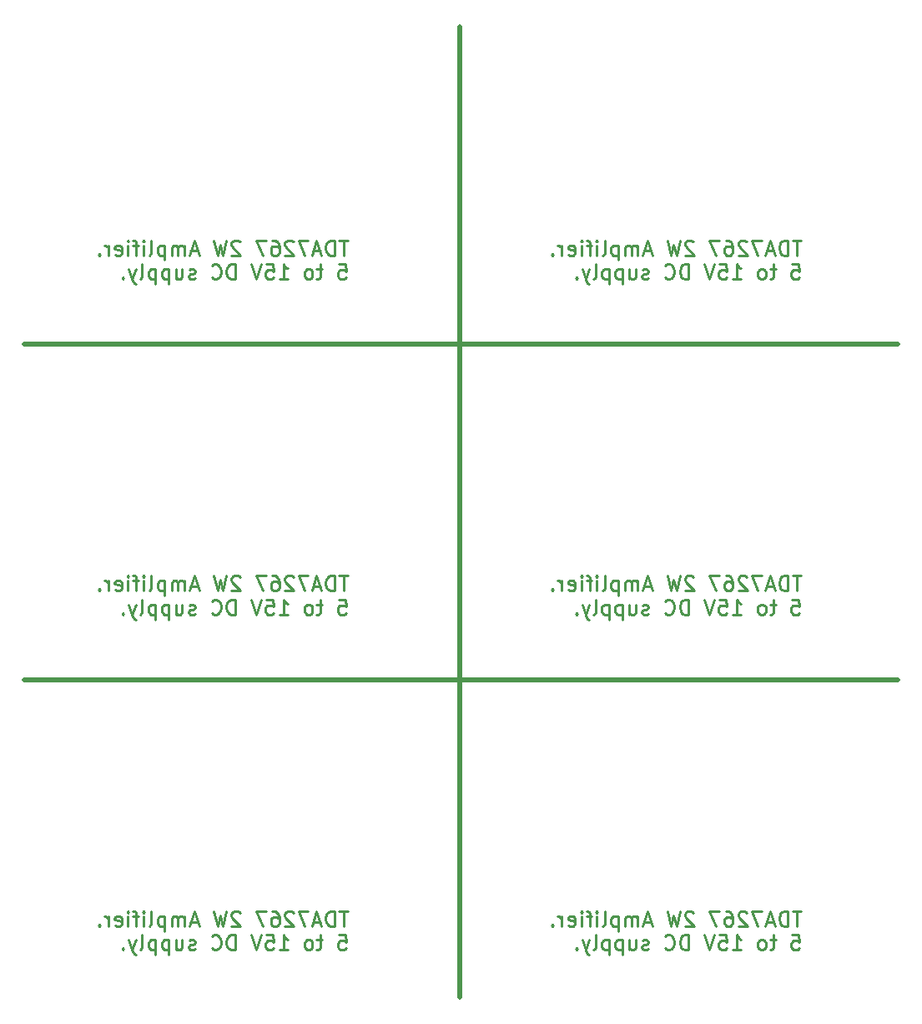
<source format=gbr>
%TF.GenerationSoftware,KiCad,Pcbnew,9.0.4*%
%TF.CreationDate,2025-08-29T11:04:37+02:00*%
%TF.ProjectId,TDA7267_3x2_panel,54444137-3236-4375-9f33-78325f70616e,rev?*%
%TF.SameCoordinates,Original*%
%TF.FileFunction,Legend,Bot*%
%TF.FilePolarity,Positive*%
%FSLAX46Y46*%
G04 Gerber Fmt 4.6, Leading zero omitted, Abs format (unit mm)*
G04 Created by KiCad (PCBNEW 9.0.4) date 2025-08-29 11:04:37*
%MOMM*%
%LPD*%
G01*
G04 APERTURE LIST*
%ADD10C,0.500000*%
%ADD11C,0.250000*%
G04 APERTURE END LIST*
D10*
X60300000Y-106500000D02*
X148900000Y-106500000D01*
X60300000Y-72500000D02*
X148900000Y-72500000D01*
X104500000Y-40300000D02*
X104500000Y-138700000D01*
D11*
X93092669Y-129988512D02*
X92235527Y-129988512D01*
X92664098Y-131488512D02*
X92664098Y-129988512D01*
X91735527Y-131488512D02*
X91735527Y-129988512D01*
X91735527Y-129988512D02*
X91378384Y-129988512D01*
X91378384Y-129988512D02*
X91164098Y-130059941D01*
X91164098Y-130059941D02*
X91021241Y-130202798D01*
X91021241Y-130202798D02*
X90949812Y-130345655D01*
X90949812Y-130345655D02*
X90878384Y-130631369D01*
X90878384Y-130631369D02*
X90878384Y-130845655D01*
X90878384Y-130845655D02*
X90949812Y-131131369D01*
X90949812Y-131131369D02*
X91021241Y-131274226D01*
X91021241Y-131274226D02*
X91164098Y-131417084D01*
X91164098Y-131417084D02*
X91378384Y-131488512D01*
X91378384Y-131488512D02*
X91735527Y-131488512D01*
X90306955Y-131059941D02*
X89592670Y-131059941D01*
X90449812Y-131488512D02*
X89949812Y-129988512D01*
X89949812Y-129988512D02*
X89449812Y-131488512D01*
X89092670Y-129988512D02*
X88092670Y-129988512D01*
X88092670Y-129988512D02*
X88735527Y-131488512D01*
X87592670Y-130131369D02*
X87521242Y-130059941D01*
X87521242Y-130059941D02*
X87378385Y-129988512D01*
X87378385Y-129988512D02*
X87021242Y-129988512D01*
X87021242Y-129988512D02*
X86878385Y-130059941D01*
X86878385Y-130059941D02*
X86806956Y-130131369D01*
X86806956Y-130131369D02*
X86735527Y-130274226D01*
X86735527Y-130274226D02*
X86735527Y-130417084D01*
X86735527Y-130417084D02*
X86806956Y-130631369D01*
X86806956Y-130631369D02*
X87664099Y-131488512D01*
X87664099Y-131488512D02*
X86735527Y-131488512D01*
X85449814Y-129988512D02*
X85735528Y-129988512D01*
X85735528Y-129988512D02*
X85878385Y-130059941D01*
X85878385Y-130059941D02*
X85949814Y-130131369D01*
X85949814Y-130131369D02*
X86092671Y-130345655D01*
X86092671Y-130345655D02*
X86164099Y-130631369D01*
X86164099Y-130631369D02*
X86164099Y-131202798D01*
X86164099Y-131202798D02*
X86092671Y-131345655D01*
X86092671Y-131345655D02*
X86021242Y-131417084D01*
X86021242Y-131417084D02*
X85878385Y-131488512D01*
X85878385Y-131488512D02*
X85592671Y-131488512D01*
X85592671Y-131488512D02*
X85449814Y-131417084D01*
X85449814Y-131417084D02*
X85378385Y-131345655D01*
X85378385Y-131345655D02*
X85306956Y-131202798D01*
X85306956Y-131202798D02*
X85306956Y-130845655D01*
X85306956Y-130845655D02*
X85378385Y-130702798D01*
X85378385Y-130702798D02*
X85449814Y-130631369D01*
X85449814Y-130631369D02*
X85592671Y-130559941D01*
X85592671Y-130559941D02*
X85878385Y-130559941D01*
X85878385Y-130559941D02*
X86021242Y-130631369D01*
X86021242Y-130631369D02*
X86092671Y-130702798D01*
X86092671Y-130702798D02*
X86164099Y-130845655D01*
X84806957Y-129988512D02*
X83806957Y-129988512D01*
X83806957Y-129988512D02*
X84449814Y-131488512D01*
X82164100Y-130131369D02*
X82092672Y-130059941D01*
X82092672Y-130059941D02*
X81949815Y-129988512D01*
X81949815Y-129988512D02*
X81592672Y-129988512D01*
X81592672Y-129988512D02*
X81449815Y-130059941D01*
X81449815Y-130059941D02*
X81378386Y-130131369D01*
X81378386Y-130131369D02*
X81306957Y-130274226D01*
X81306957Y-130274226D02*
X81306957Y-130417084D01*
X81306957Y-130417084D02*
X81378386Y-130631369D01*
X81378386Y-130631369D02*
X82235529Y-131488512D01*
X82235529Y-131488512D02*
X81306957Y-131488512D01*
X80806958Y-129988512D02*
X80449815Y-131488512D01*
X80449815Y-131488512D02*
X80164101Y-130417084D01*
X80164101Y-130417084D02*
X79878386Y-131488512D01*
X79878386Y-131488512D02*
X79521244Y-129988512D01*
X77878386Y-131059941D02*
X77164101Y-131059941D01*
X78021243Y-131488512D02*
X77521243Y-129988512D01*
X77521243Y-129988512D02*
X77021243Y-131488512D01*
X76521244Y-131488512D02*
X76521244Y-130488512D01*
X76521244Y-130631369D02*
X76449815Y-130559941D01*
X76449815Y-130559941D02*
X76306958Y-130488512D01*
X76306958Y-130488512D02*
X76092672Y-130488512D01*
X76092672Y-130488512D02*
X75949815Y-130559941D01*
X75949815Y-130559941D02*
X75878387Y-130702798D01*
X75878387Y-130702798D02*
X75878387Y-131488512D01*
X75878387Y-130702798D02*
X75806958Y-130559941D01*
X75806958Y-130559941D02*
X75664101Y-130488512D01*
X75664101Y-130488512D02*
X75449815Y-130488512D01*
X75449815Y-130488512D02*
X75306958Y-130559941D01*
X75306958Y-130559941D02*
X75235529Y-130702798D01*
X75235529Y-130702798D02*
X75235529Y-131488512D01*
X74521244Y-130488512D02*
X74521244Y-131988512D01*
X74521244Y-130559941D02*
X74378387Y-130488512D01*
X74378387Y-130488512D02*
X74092672Y-130488512D01*
X74092672Y-130488512D02*
X73949815Y-130559941D01*
X73949815Y-130559941D02*
X73878387Y-130631369D01*
X73878387Y-130631369D02*
X73806958Y-130774226D01*
X73806958Y-130774226D02*
X73806958Y-131202798D01*
X73806958Y-131202798D02*
X73878387Y-131345655D01*
X73878387Y-131345655D02*
X73949815Y-131417084D01*
X73949815Y-131417084D02*
X74092672Y-131488512D01*
X74092672Y-131488512D02*
X74378387Y-131488512D01*
X74378387Y-131488512D02*
X74521244Y-131417084D01*
X72949815Y-131488512D02*
X73092672Y-131417084D01*
X73092672Y-131417084D02*
X73164101Y-131274226D01*
X73164101Y-131274226D02*
X73164101Y-129988512D01*
X72378387Y-131488512D02*
X72378387Y-130488512D01*
X72378387Y-129988512D02*
X72449815Y-130059941D01*
X72449815Y-130059941D02*
X72378387Y-130131369D01*
X72378387Y-130131369D02*
X72306958Y-130059941D01*
X72306958Y-130059941D02*
X72378387Y-129988512D01*
X72378387Y-129988512D02*
X72378387Y-130131369D01*
X71878386Y-130488512D02*
X71306958Y-130488512D01*
X71664101Y-131488512D02*
X71664101Y-130202798D01*
X71664101Y-130202798D02*
X71592672Y-130059941D01*
X71592672Y-130059941D02*
X71449815Y-129988512D01*
X71449815Y-129988512D02*
X71306958Y-129988512D01*
X70806958Y-131488512D02*
X70806958Y-130488512D01*
X70806958Y-129988512D02*
X70878386Y-130059941D01*
X70878386Y-130059941D02*
X70806958Y-130131369D01*
X70806958Y-130131369D02*
X70735529Y-130059941D01*
X70735529Y-130059941D02*
X70806958Y-129988512D01*
X70806958Y-129988512D02*
X70806958Y-130131369D01*
X69521243Y-131417084D02*
X69664100Y-131488512D01*
X69664100Y-131488512D02*
X69949815Y-131488512D01*
X69949815Y-131488512D02*
X70092672Y-131417084D01*
X70092672Y-131417084D02*
X70164100Y-131274226D01*
X70164100Y-131274226D02*
X70164100Y-130702798D01*
X70164100Y-130702798D02*
X70092672Y-130559941D01*
X70092672Y-130559941D02*
X69949815Y-130488512D01*
X69949815Y-130488512D02*
X69664100Y-130488512D01*
X69664100Y-130488512D02*
X69521243Y-130559941D01*
X69521243Y-130559941D02*
X69449815Y-130702798D01*
X69449815Y-130702798D02*
X69449815Y-130845655D01*
X69449815Y-130845655D02*
X70164100Y-130988512D01*
X68806958Y-131488512D02*
X68806958Y-130488512D01*
X68806958Y-130774226D02*
X68735529Y-130631369D01*
X68735529Y-130631369D02*
X68664101Y-130559941D01*
X68664101Y-130559941D02*
X68521243Y-130488512D01*
X68521243Y-130488512D02*
X68378386Y-130488512D01*
X67878387Y-131345655D02*
X67806958Y-131417084D01*
X67806958Y-131417084D02*
X67878387Y-131488512D01*
X67878387Y-131488512D02*
X67949815Y-131417084D01*
X67949815Y-131417084D02*
X67878387Y-131345655D01*
X67878387Y-131345655D02*
X67878387Y-131488512D01*
X92164098Y-132403428D02*
X92878384Y-132403428D01*
X92878384Y-132403428D02*
X92949812Y-133117714D01*
X92949812Y-133117714D02*
X92878384Y-133046285D01*
X92878384Y-133046285D02*
X92735527Y-132974857D01*
X92735527Y-132974857D02*
X92378384Y-132974857D01*
X92378384Y-132974857D02*
X92235527Y-133046285D01*
X92235527Y-133046285D02*
X92164098Y-133117714D01*
X92164098Y-133117714D02*
X92092669Y-133260571D01*
X92092669Y-133260571D02*
X92092669Y-133617714D01*
X92092669Y-133617714D02*
X92164098Y-133760571D01*
X92164098Y-133760571D02*
X92235527Y-133832000D01*
X92235527Y-133832000D02*
X92378384Y-133903428D01*
X92378384Y-133903428D02*
X92735527Y-133903428D01*
X92735527Y-133903428D02*
X92878384Y-133832000D01*
X92878384Y-133832000D02*
X92949812Y-133760571D01*
X90521241Y-132903428D02*
X89949813Y-132903428D01*
X90306956Y-132403428D02*
X90306956Y-133689142D01*
X90306956Y-133689142D02*
X90235527Y-133832000D01*
X90235527Y-133832000D02*
X90092670Y-133903428D01*
X90092670Y-133903428D02*
X89949813Y-133903428D01*
X89235527Y-133903428D02*
X89378384Y-133832000D01*
X89378384Y-133832000D02*
X89449813Y-133760571D01*
X89449813Y-133760571D02*
X89521241Y-133617714D01*
X89521241Y-133617714D02*
X89521241Y-133189142D01*
X89521241Y-133189142D02*
X89449813Y-133046285D01*
X89449813Y-133046285D02*
X89378384Y-132974857D01*
X89378384Y-132974857D02*
X89235527Y-132903428D01*
X89235527Y-132903428D02*
X89021241Y-132903428D01*
X89021241Y-132903428D02*
X88878384Y-132974857D01*
X88878384Y-132974857D02*
X88806956Y-133046285D01*
X88806956Y-133046285D02*
X88735527Y-133189142D01*
X88735527Y-133189142D02*
X88735527Y-133617714D01*
X88735527Y-133617714D02*
X88806956Y-133760571D01*
X88806956Y-133760571D02*
X88878384Y-133832000D01*
X88878384Y-133832000D02*
X89021241Y-133903428D01*
X89021241Y-133903428D02*
X89235527Y-133903428D01*
X86164098Y-133903428D02*
X87021241Y-133903428D01*
X86592670Y-133903428D02*
X86592670Y-132403428D01*
X86592670Y-132403428D02*
X86735527Y-132617714D01*
X86735527Y-132617714D02*
X86878384Y-132760571D01*
X86878384Y-132760571D02*
X87021241Y-132832000D01*
X84806956Y-132403428D02*
X85521242Y-132403428D01*
X85521242Y-132403428D02*
X85592670Y-133117714D01*
X85592670Y-133117714D02*
X85521242Y-133046285D01*
X85521242Y-133046285D02*
X85378385Y-132974857D01*
X85378385Y-132974857D02*
X85021242Y-132974857D01*
X85021242Y-132974857D02*
X84878385Y-133046285D01*
X84878385Y-133046285D02*
X84806956Y-133117714D01*
X84806956Y-133117714D02*
X84735527Y-133260571D01*
X84735527Y-133260571D02*
X84735527Y-133617714D01*
X84735527Y-133617714D02*
X84806956Y-133760571D01*
X84806956Y-133760571D02*
X84878385Y-133832000D01*
X84878385Y-133832000D02*
X85021242Y-133903428D01*
X85021242Y-133903428D02*
X85378385Y-133903428D01*
X85378385Y-133903428D02*
X85521242Y-133832000D01*
X85521242Y-133832000D02*
X85592670Y-133760571D01*
X84306956Y-132403428D02*
X83806956Y-133903428D01*
X83806956Y-133903428D02*
X83306956Y-132403428D01*
X81664100Y-133903428D02*
X81664100Y-132403428D01*
X81664100Y-132403428D02*
X81306957Y-132403428D01*
X81306957Y-132403428D02*
X81092671Y-132474857D01*
X81092671Y-132474857D02*
X80949814Y-132617714D01*
X80949814Y-132617714D02*
X80878385Y-132760571D01*
X80878385Y-132760571D02*
X80806957Y-133046285D01*
X80806957Y-133046285D02*
X80806957Y-133260571D01*
X80806957Y-133260571D02*
X80878385Y-133546285D01*
X80878385Y-133546285D02*
X80949814Y-133689142D01*
X80949814Y-133689142D02*
X81092671Y-133832000D01*
X81092671Y-133832000D02*
X81306957Y-133903428D01*
X81306957Y-133903428D02*
X81664100Y-133903428D01*
X79306957Y-133760571D02*
X79378385Y-133832000D01*
X79378385Y-133832000D02*
X79592671Y-133903428D01*
X79592671Y-133903428D02*
X79735528Y-133903428D01*
X79735528Y-133903428D02*
X79949814Y-133832000D01*
X79949814Y-133832000D02*
X80092671Y-133689142D01*
X80092671Y-133689142D02*
X80164100Y-133546285D01*
X80164100Y-133546285D02*
X80235528Y-133260571D01*
X80235528Y-133260571D02*
X80235528Y-133046285D01*
X80235528Y-133046285D02*
X80164100Y-132760571D01*
X80164100Y-132760571D02*
X80092671Y-132617714D01*
X80092671Y-132617714D02*
X79949814Y-132474857D01*
X79949814Y-132474857D02*
X79735528Y-132403428D01*
X79735528Y-132403428D02*
X79592671Y-132403428D01*
X79592671Y-132403428D02*
X79378385Y-132474857D01*
X79378385Y-132474857D02*
X79306957Y-132546285D01*
X77592671Y-133832000D02*
X77449814Y-133903428D01*
X77449814Y-133903428D02*
X77164100Y-133903428D01*
X77164100Y-133903428D02*
X77021243Y-133832000D01*
X77021243Y-133832000D02*
X76949814Y-133689142D01*
X76949814Y-133689142D02*
X76949814Y-133617714D01*
X76949814Y-133617714D02*
X77021243Y-133474857D01*
X77021243Y-133474857D02*
X77164100Y-133403428D01*
X77164100Y-133403428D02*
X77378386Y-133403428D01*
X77378386Y-133403428D02*
X77521243Y-133332000D01*
X77521243Y-133332000D02*
X77592671Y-133189142D01*
X77592671Y-133189142D02*
X77592671Y-133117714D01*
X77592671Y-133117714D02*
X77521243Y-132974857D01*
X77521243Y-132974857D02*
X77378386Y-132903428D01*
X77378386Y-132903428D02*
X77164100Y-132903428D01*
X77164100Y-132903428D02*
X77021243Y-132974857D01*
X75664100Y-132903428D02*
X75664100Y-133903428D01*
X76306957Y-132903428D02*
X76306957Y-133689142D01*
X76306957Y-133689142D02*
X76235528Y-133832000D01*
X76235528Y-133832000D02*
X76092671Y-133903428D01*
X76092671Y-133903428D02*
X75878385Y-133903428D01*
X75878385Y-133903428D02*
X75735528Y-133832000D01*
X75735528Y-133832000D02*
X75664100Y-133760571D01*
X74949814Y-132903428D02*
X74949814Y-134403428D01*
X74949814Y-132974857D02*
X74806957Y-132903428D01*
X74806957Y-132903428D02*
X74521242Y-132903428D01*
X74521242Y-132903428D02*
X74378385Y-132974857D01*
X74378385Y-132974857D02*
X74306957Y-133046285D01*
X74306957Y-133046285D02*
X74235528Y-133189142D01*
X74235528Y-133189142D02*
X74235528Y-133617714D01*
X74235528Y-133617714D02*
X74306957Y-133760571D01*
X74306957Y-133760571D02*
X74378385Y-133832000D01*
X74378385Y-133832000D02*
X74521242Y-133903428D01*
X74521242Y-133903428D02*
X74806957Y-133903428D01*
X74806957Y-133903428D02*
X74949814Y-133832000D01*
X73592671Y-132903428D02*
X73592671Y-134403428D01*
X73592671Y-132974857D02*
X73449814Y-132903428D01*
X73449814Y-132903428D02*
X73164099Y-132903428D01*
X73164099Y-132903428D02*
X73021242Y-132974857D01*
X73021242Y-132974857D02*
X72949814Y-133046285D01*
X72949814Y-133046285D02*
X72878385Y-133189142D01*
X72878385Y-133189142D02*
X72878385Y-133617714D01*
X72878385Y-133617714D02*
X72949814Y-133760571D01*
X72949814Y-133760571D02*
X73021242Y-133832000D01*
X73021242Y-133832000D02*
X73164099Y-133903428D01*
X73164099Y-133903428D02*
X73449814Y-133903428D01*
X73449814Y-133903428D02*
X73592671Y-133832000D01*
X72021242Y-133903428D02*
X72164099Y-133832000D01*
X72164099Y-133832000D02*
X72235528Y-133689142D01*
X72235528Y-133689142D02*
X72235528Y-132403428D01*
X71592671Y-132903428D02*
X71235528Y-133903428D01*
X70878385Y-132903428D02*
X71235528Y-133903428D01*
X71235528Y-133903428D02*
X71378385Y-134260571D01*
X71378385Y-134260571D02*
X71449814Y-134332000D01*
X71449814Y-134332000D02*
X71592671Y-134403428D01*
X70306957Y-133760571D02*
X70235528Y-133832000D01*
X70235528Y-133832000D02*
X70306957Y-133903428D01*
X70306957Y-133903428D02*
X70378385Y-133832000D01*
X70378385Y-133832000D02*
X70306957Y-133760571D01*
X70306957Y-133760571D02*
X70306957Y-133903428D01*
X139092669Y-95988512D02*
X138235527Y-95988512D01*
X138664098Y-97488512D02*
X138664098Y-95988512D01*
X137735527Y-97488512D02*
X137735527Y-95988512D01*
X137735527Y-95988512D02*
X137378384Y-95988512D01*
X137378384Y-95988512D02*
X137164098Y-96059941D01*
X137164098Y-96059941D02*
X137021241Y-96202798D01*
X137021241Y-96202798D02*
X136949812Y-96345655D01*
X136949812Y-96345655D02*
X136878384Y-96631369D01*
X136878384Y-96631369D02*
X136878384Y-96845655D01*
X136878384Y-96845655D02*
X136949812Y-97131369D01*
X136949812Y-97131369D02*
X137021241Y-97274226D01*
X137021241Y-97274226D02*
X137164098Y-97417084D01*
X137164098Y-97417084D02*
X137378384Y-97488512D01*
X137378384Y-97488512D02*
X137735527Y-97488512D01*
X136306955Y-97059941D02*
X135592670Y-97059941D01*
X136449812Y-97488512D02*
X135949812Y-95988512D01*
X135949812Y-95988512D02*
X135449812Y-97488512D01*
X135092670Y-95988512D02*
X134092670Y-95988512D01*
X134092670Y-95988512D02*
X134735527Y-97488512D01*
X133592670Y-96131369D02*
X133521242Y-96059941D01*
X133521242Y-96059941D02*
X133378385Y-95988512D01*
X133378385Y-95988512D02*
X133021242Y-95988512D01*
X133021242Y-95988512D02*
X132878385Y-96059941D01*
X132878385Y-96059941D02*
X132806956Y-96131369D01*
X132806956Y-96131369D02*
X132735527Y-96274226D01*
X132735527Y-96274226D02*
X132735527Y-96417084D01*
X132735527Y-96417084D02*
X132806956Y-96631369D01*
X132806956Y-96631369D02*
X133664099Y-97488512D01*
X133664099Y-97488512D02*
X132735527Y-97488512D01*
X131449814Y-95988512D02*
X131735528Y-95988512D01*
X131735528Y-95988512D02*
X131878385Y-96059941D01*
X131878385Y-96059941D02*
X131949814Y-96131369D01*
X131949814Y-96131369D02*
X132092671Y-96345655D01*
X132092671Y-96345655D02*
X132164099Y-96631369D01*
X132164099Y-96631369D02*
X132164099Y-97202798D01*
X132164099Y-97202798D02*
X132092671Y-97345655D01*
X132092671Y-97345655D02*
X132021242Y-97417084D01*
X132021242Y-97417084D02*
X131878385Y-97488512D01*
X131878385Y-97488512D02*
X131592671Y-97488512D01*
X131592671Y-97488512D02*
X131449814Y-97417084D01*
X131449814Y-97417084D02*
X131378385Y-97345655D01*
X131378385Y-97345655D02*
X131306956Y-97202798D01*
X131306956Y-97202798D02*
X131306956Y-96845655D01*
X131306956Y-96845655D02*
X131378385Y-96702798D01*
X131378385Y-96702798D02*
X131449814Y-96631369D01*
X131449814Y-96631369D02*
X131592671Y-96559941D01*
X131592671Y-96559941D02*
X131878385Y-96559941D01*
X131878385Y-96559941D02*
X132021242Y-96631369D01*
X132021242Y-96631369D02*
X132092671Y-96702798D01*
X132092671Y-96702798D02*
X132164099Y-96845655D01*
X130806957Y-95988512D02*
X129806957Y-95988512D01*
X129806957Y-95988512D02*
X130449814Y-97488512D01*
X128164100Y-96131369D02*
X128092672Y-96059941D01*
X128092672Y-96059941D02*
X127949815Y-95988512D01*
X127949815Y-95988512D02*
X127592672Y-95988512D01*
X127592672Y-95988512D02*
X127449815Y-96059941D01*
X127449815Y-96059941D02*
X127378386Y-96131369D01*
X127378386Y-96131369D02*
X127306957Y-96274226D01*
X127306957Y-96274226D02*
X127306957Y-96417084D01*
X127306957Y-96417084D02*
X127378386Y-96631369D01*
X127378386Y-96631369D02*
X128235529Y-97488512D01*
X128235529Y-97488512D02*
X127306957Y-97488512D01*
X126806958Y-95988512D02*
X126449815Y-97488512D01*
X126449815Y-97488512D02*
X126164101Y-96417084D01*
X126164101Y-96417084D02*
X125878386Y-97488512D01*
X125878386Y-97488512D02*
X125521244Y-95988512D01*
X123878386Y-97059941D02*
X123164101Y-97059941D01*
X124021243Y-97488512D02*
X123521243Y-95988512D01*
X123521243Y-95988512D02*
X123021243Y-97488512D01*
X122521244Y-97488512D02*
X122521244Y-96488512D01*
X122521244Y-96631369D02*
X122449815Y-96559941D01*
X122449815Y-96559941D02*
X122306958Y-96488512D01*
X122306958Y-96488512D02*
X122092672Y-96488512D01*
X122092672Y-96488512D02*
X121949815Y-96559941D01*
X121949815Y-96559941D02*
X121878387Y-96702798D01*
X121878387Y-96702798D02*
X121878387Y-97488512D01*
X121878387Y-96702798D02*
X121806958Y-96559941D01*
X121806958Y-96559941D02*
X121664101Y-96488512D01*
X121664101Y-96488512D02*
X121449815Y-96488512D01*
X121449815Y-96488512D02*
X121306958Y-96559941D01*
X121306958Y-96559941D02*
X121235529Y-96702798D01*
X121235529Y-96702798D02*
X121235529Y-97488512D01*
X120521244Y-96488512D02*
X120521244Y-97988512D01*
X120521244Y-96559941D02*
X120378387Y-96488512D01*
X120378387Y-96488512D02*
X120092672Y-96488512D01*
X120092672Y-96488512D02*
X119949815Y-96559941D01*
X119949815Y-96559941D02*
X119878387Y-96631369D01*
X119878387Y-96631369D02*
X119806958Y-96774226D01*
X119806958Y-96774226D02*
X119806958Y-97202798D01*
X119806958Y-97202798D02*
X119878387Y-97345655D01*
X119878387Y-97345655D02*
X119949815Y-97417084D01*
X119949815Y-97417084D02*
X120092672Y-97488512D01*
X120092672Y-97488512D02*
X120378387Y-97488512D01*
X120378387Y-97488512D02*
X120521244Y-97417084D01*
X118949815Y-97488512D02*
X119092672Y-97417084D01*
X119092672Y-97417084D02*
X119164101Y-97274226D01*
X119164101Y-97274226D02*
X119164101Y-95988512D01*
X118378387Y-97488512D02*
X118378387Y-96488512D01*
X118378387Y-95988512D02*
X118449815Y-96059941D01*
X118449815Y-96059941D02*
X118378387Y-96131369D01*
X118378387Y-96131369D02*
X118306958Y-96059941D01*
X118306958Y-96059941D02*
X118378387Y-95988512D01*
X118378387Y-95988512D02*
X118378387Y-96131369D01*
X117878386Y-96488512D02*
X117306958Y-96488512D01*
X117664101Y-97488512D02*
X117664101Y-96202798D01*
X117664101Y-96202798D02*
X117592672Y-96059941D01*
X117592672Y-96059941D02*
X117449815Y-95988512D01*
X117449815Y-95988512D02*
X117306958Y-95988512D01*
X116806958Y-97488512D02*
X116806958Y-96488512D01*
X116806958Y-95988512D02*
X116878386Y-96059941D01*
X116878386Y-96059941D02*
X116806958Y-96131369D01*
X116806958Y-96131369D02*
X116735529Y-96059941D01*
X116735529Y-96059941D02*
X116806958Y-95988512D01*
X116806958Y-95988512D02*
X116806958Y-96131369D01*
X115521243Y-97417084D02*
X115664100Y-97488512D01*
X115664100Y-97488512D02*
X115949815Y-97488512D01*
X115949815Y-97488512D02*
X116092672Y-97417084D01*
X116092672Y-97417084D02*
X116164100Y-97274226D01*
X116164100Y-97274226D02*
X116164100Y-96702798D01*
X116164100Y-96702798D02*
X116092672Y-96559941D01*
X116092672Y-96559941D02*
X115949815Y-96488512D01*
X115949815Y-96488512D02*
X115664100Y-96488512D01*
X115664100Y-96488512D02*
X115521243Y-96559941D01*
X115521243Y-96559941D02*
X115449815Y-96702798D01*
X115449815Y-96702798D02*
X115449815Y-96845655D01*
X115449815Y-96845655D02*
X116164100Y-96988512D01*
X114806958Y-97488512D02*
X114806958Y-96488512D01*
X114806958Y-96774226D02*
X114735529Y-96631369D01*
X114735529Y-96631369D02*
X114664101Y-96559941D01*
X114664101Y-96559941D02*
X114521243Y-96488512D01*
X114521243Y-96488512D02*
X114378386Y-96488512D01*
X113878387Y-97345655D02*
X113806958Y-97417084D01*
X113806958Y-97417084D02*
X113878387Y-97488512D01*
X113878387Y-97488512D02*
X113949815Y-97417084D01*
X113949815Y-97417084D02*
X113878387Y-97345655D01*
X113878387Y-97345655D02*
X113878387Y-97488512D01*
X138164098Y-98403428D02*
X138878384Y-98403428D01*
X138878384Y-98403428D02*
X138949812Y-99117714D01*
X138949812Y-99117714D02*
X138878384Y-99046285D01*
X138878384Y-99046285D02*
X138735527Y-98974857D01*
X138735527Y-98974857D02*
X138378384Y-98974857D01*
X138378384Y-98974857D02*
X138235527Y-99046285D01*
X138235527Y-99046285D02*
X138164098Y-99117714D01*
X138164098Y-99117714D02*
X138092669Y-99260571D01*
X138092669Y-99260571D02*
X138092669Y-99617714D01*
X138092669Y-99617714D02*
X138164098Y-99760571D01*
X138164098Y-99760571D02*
X138235527Y-99832000D01*
X138235527Y-99832000D02*
X138378384Y-99903428D01*
X138378384Y-99903428D02*
X138735527Y-99903428D01*
X138735527Y-99903428D02*
X138878384Y-99832000D01*
X138878384Y-99832000D02*
X138949812Y-99760571D01*
X136521241Y-98903428D02*
X135949813Y-98903428D01*
X136306956Y-98403428D02*
X136306956Y-99689142D01*
X136306956Y-99689142D02*
X136235527Y-99832000D01*
X136235527Y-99832000D02*
X136092670Y-99903428D01*
X136092670Y-99903428D02*
X135949813Y-99903428D01*
X135235527Y-99903428D02*
X135378384Y-99832000D01*
X135378384Y-99832000D02*
X135449813Y-99760571D01*
X135449813Y-99760571D02*
X135521241Y-99617714D01*
X135521241Y-99617714D02*
X135521241Y-99189142D01*
X135521241Y-99189142D02*
X135449813Y-99046285D01*
X135449813Y-99046285D02*
X135378384Y-98974857D01*
X135378384Y-98974857D02*
X135235527Y-98903428D01*
X135235527Y-98903428D02*
X135021241Y-98903428D01*
X135021241Y-98903428D02*
X134878384Y-98974857D01*
X134878384Y-98974857D02*
X134806956Y-99046285D01*
X134806956Y-99046285D02*
X134735527Y-99189142D01*
X134735527Y-99189142D02*
X134735527Y-99617714D01*
X134735527Y-99617714D02*
X134806956Y-99760571D01*
X134806956Y-99760571D02*
X134878384Y-99832000D01*
X134878384Y-99832000D02*
X135021241Y-99903428D01*
X135021241Y-99903428D02*
X135235527Y-99903428D01*
X132164098Y-99903428D02*
X133021241Y-99903428D01*
X132592670Y-99903428D02*
X132592670Y-98403428D01*
X132592670Y-98403428D02*
X132735527Y-98617714D01*
X132735527Y-98617714D02*
X132878384Y-98760571D01*
X132878384Y-98760571D02*
X133021241Y-98832000D01*
X130806956Y-98403428D02*
X131521242Y-98403428D01*
X131521242Y-98403428D02*
X131592670Y-99117714D01*
X131592670Y-99117714D02*
X131521242Y-99046285D01*
X131521242Y-99046285D02*
X131378385Y-98974857D01*
X131378385Y-98974857D02*
X131021242Y-98974857D01*
X131021242Y-98974857D02*
X130878385Y-99046285D01*
X130878385Y-99046285D02*
X130806956Y-99117714D01*
X130806956Y-99117714D02*
X130735527Y-99260571D01*
X130735527Y-99260571D02*
X130735527Y-99617714D01*
X130735527Y-99617714D02*
X130806956Y-99760571D01*
X130806956Y-99760571D02*
X130878385Y-99832000D01*
X130878385Y-99832000D02*
X131021242Y-99903428D01*
X131021242Y-99903428D02*
X131378385Y-99903428D01*
X131378385Y-99903428D02*
X131521242Y-99832000D01*
X131521242Y-99832000D02*
X131592670Y-99760571D01*
X130306956Y-98403428D02*
X129806956Y-99903428D01*
X129806956Y-99903428D02*
X129306956Y-98403428D01*
X127664100Y-99903428D02*
X127664100Y-98403428D01*
X127664100Y-98403428D02*
X127306957Y-98403428D01*
X127306957Y-98403428D02*
X127092671Y-98474857D01*
X127092671Y-98474857D02*
X126949814Y-98617714D01*
X126949814Y-98617714D02*
X126878385Y-98760571D01*
X126878385Y-98760571D02*
X126806957Y-99046285D01*
X126806957Y-99046285D02*
X126806957Y-99260571D01*
X126806957Y-99260571D02*
X126878385Y-99546285D01*
X126878385Y-99546285D02*
X126949814Y-99689142D01*
X126949814Y-99689142D02*
X127092671Y-99832000D01*
X127092671Y-99832000D02*
X127306957Y-99903428D01*
X127306957Y-99903428D02*
X127664100Y-99903428D01*
X125306957Y-99760571D02*
X125378385Y-99832000D01*
X125378385Y-99832000D02*
X125592671Y-99903428D01*
X125592671Y-99903428D02*
X125735528Y-99903428D01*
X125735528Y-99903428D02*
X125949814Y-99832000D01*
X125949814Y-99832000D02*
X126092671Y-99689142D01*
X126092671Y-99689142D02*
X126164100Y-99546285D01*
X126164100Y-99546285D02*
X126235528Y-99260571D01*
X126235528Y-99260571D02*
X126235528Y-99046285D01*
X126235528Y-99046285D02*
X126164100Y-98760571D01*
X126164100Y-98760571D02*
X126092671Y-98617714D01*
X126092671Y-98617714D02*
X125949814Y-98474857D01*
X125949814Y-98474857D02*
X125735528Y-98403428D01*
X125735528Y-98403428D02*
X125592671Y-98403428D01*
X125592671Y-98403428D02*
X125378385Y-98474857D01*
X125378385Y-98474857D02*
X125306957Y-98546285D01*
X123592671Y-99832000D02*
X123449814Y-99903428D01*
X123449814Y-99903428D02*
X123164100Y-99903428D01*
X123164100Y-99903428D02*
X123021243Y-99832000D01*
X123021243Y-99832000D02*
X122949814Y-99689142D01*
X122949814Y-99689142D02*
X122949814Y-99617714D01*
X122949814Y-99617714D02*
X123021243Y-99474857D01*
X123021243Y-99474857D02*
X123164100Y-99403428D01*
X123164100Y-99403428D02*
X123378386Y-99403428D01*
X123378386Y-99403428D02*
X123521243Y-99332000D01*
X123521243Y-99332000D02*
X123592671Y-99189142D01*
X123592671Y-99189142D02*
X123592671Y-99117714D01*
X123592671Y-99117714D02*
X123521243Y-98974857D01*
X123521243Y-98974857D02*
X123378386Y-98903428D01*
X123378386Y-98903428D02*
X123164100Y-98903428D01*
X123164100Y-98903428D02*
X123021243Y-98974857D01*
X121664100Y-98903428D02*
X121664100Y-99903428D01*
X122306957Y-98903428D02*
X122306957Y-99689142D01*
X122306957Y-99689142D02*
X122235528Y-99832000D01*
X122235528Y-99832000D02*
X122092671Y-99903428D01*
X122092671Y-99903428D02*
X121878385Y-99903428D01*
X121878385Y-99903428D02*
X121735528Y-99832000D01*
X121735528Y-99832000D02*
X121664100Y-99760571D01*
X120949814Y-98903428D02*
X120949814Y-100403428D01*
X120949814Y-98974857D02*
X120806957Y-98903428D01*
X120806957Y-98903428D02*
X120521242Y-98903428D01*
X120521242Y-98903428D02*
X120378385Y-98974857D01*
X120378385Y-98974857D02*
X120306957Y-99046285D01*
X120306957Y-99046285D02*
X120235528Y-99189142D01*
X120235528Y-99189142D02*
X120235528Y-99617714D01*
X120235528Y-99617714D02*
X120306957Y-99760571D01*
X120306957Y-99760571D02*
X120378385Y-99832000D01*
X120378385Y-99832000D02*
X120521242Y-99903428D01*
X120521242Y-99903428D02*
X120806957Y-99903428D01*
X120806957Y-99903428D02*
X120949814Y-99832000D01*
X119592671Y-98903428D02*
X119592671Y-100403428D01*
X119592671Y-98974857D02*
X119449814Y-98903428D01*
X119449814Y-98903428D02*
X119164099Y-98903428D01*
X119164099Y-98903428D02*
X119021242Y-98974857D01*
X119021242Y-98974857D02*
X118949814Y-99046285D01*
X118949814Y-99046285D02*
X118878385Y-99189142D01*
X118878385Y-99189142D02*
X118878385Y-99617714D01*
X118878385Y-99617714D02*
X118949814Y-99760571D01*
X118949814Y-99760571D02*
X119021242Y-99832000D01*
X119021242Y-99832000D02*
X119164099Y-99903428D01*
X119164099Y-99903428D02*
X119449814Y-99903428D01*
X119449814Y-99903428D02*
X119592671Y-99832000D01*
X118021242Y-99903428D02*
X118164099Y-99832000D01*
X118164099Y-99832000D02*
X118235528Y-99689142D01*
X118235528Y-99689142D02*
X118235528Y-98403428D01*
X117592671Y-98903428D02*
X117235528Y-99903428D01*
X116878385Y-98903428D02*
X117235528Y-99903428D01*
X117235528Y-99903428D02*
X117378385Y-100260571D01*
X117378385Y-100260571D02*
X117449814Y-100332000D01*
X117449814Y-100332000D02*
X117592671Y-100403428D01*
X116306957Y-99760571D02*
X116235528Y-99832000D01*
X116235528Y-99832000D02*
X116306957Y-99903428D01*
X116306957Y-99903428D02*
X116378385Y-99832000D01*
X116378385Y-99832000D02*
X116306957Y-99760571D01*
X116306957Y-99760571D02*
X116306957Y-99903428D01*
X93092669Y-95988512D02*
X92235527Y-95988512D01*
X92664098Y-97488512D02*
X92664098Y-95988512D01*
X91735527Y-97488512D02*
X91735527Y-95988512D01*
X91735527Y-95988512D02*
X91378384Y-95988512D01*
X91378384Y-95988512D02*
X91164098Y-96059941D01*
X91164098Y-96059941D02*
X91021241Y-96202798D01*
X91021241Y-96202798D02*
X90949812Y-96345655D01*
X90949812Y-96345655D02*
X90878384Y-96631369D01*
X90878384Y-96631369D02*
X90878384Y-96845655D01*
X90878384Y-96845655D02*
X90949812Y-97131369D01*
X90949812Y-97131369D02*
X91021241Y-97274226D01*
X91021241Y-97274226D02*
X91164098Y-97417084D01*
X91164098Y-97417084D02*
X91378384Y-97488512D01*
X91378384Y-97488512D02*
X91735527Y-97488512D01*
X90306955Y-97059941D02*
X89592670Y-97059941D01*
X90449812Y-97488512D02*
X89949812Y-95988512D01*
X89949812Y-95988512D02*
X89449812Y-97488512D01*
X89092670Y-95988512D02*
X88092670Y-95988512D01*
X88092670Y-95988512D02*
X88735527Y-97488512D01*
X87592670Y-96131369D02*
X87521242Y-96059941D01*
X87521242Y-96059941D02*
X87378385Y-95988512D01*
X87378385Y-95988512D02*
X87021242Y-95988512D01*
X87021242Y-95988512D02*
X86878385Y-96059941D01*
X86878385Y-96059941D02*
X86806956Y-96131369D01*
X86806956Y-96131369D02*
X86735527Y-96274226D01*
X86735527Y-96274226D02*
X86735527Y-96417084D01*
X86735527Y-96417084D02*
X86806956Y-96631369D01*
X86806956Y-96631369D02*
X87664099Y-97488512D01*
X87664099Y-97488512D02*
X86735527Y-97488512D01*
X85449814Y-95988512D02*
X85735528Y-95988512D01*
X85735528Y-95988512D02*
X85878385Y-96059941D01*
X85878385Y-96059941D02*
X85949814Y-96131369D01*
X85949814Y-96131369D02*
X86092671Y-96345655D01*
X86092671Y-96345655D02*
X86164099Y-96631369D01*
X86164099Y-96631369D02*
X86164099Y-97202798D01*
X86164099Y-97202798D02*
X86092671Y-97345655D01*
X86092671Y-97345655D02*
X86021242Y-97417084D01*
X86021242Y-97417084D02*
X85878385Y-97488512D01*
X85878385Y-97488512D02*
X85592671Y-97488512D01*
X85592671Y-97488512D02*
X85449814Y-97417084D01*
X85449814Y-97417084D02*
X85378385Y-97345655D01*
X85378385Y-97345655D02*
X85306956Y-97202798D01*
X85306956Y-97202798D02*
X85306956Y-96845655D01*
X85306956Y-96845655D02*
X85378385Y-96702798D01*
X85378385Y-96702798D02*
X85449814Y-96631369D01*
X85449814Y-96631369D02*
X85592671Y-96559941D01*
X85592671Y-96559941D02*
X85878385Y-96559941D01*
X85878385Y-96559941D02*
X86021242Y-96631369D01*
X86021242Y-96631369D02*
X86092671Y-96702798D01*
X86092671Y-96702798D02*
X86164099Y-96845655D01*
X84806957Y-95988512D02*
X83806957Y-95988512D01*
X83806957Y-95988512D02*
X84449814Y-97488512D01*
X82164100Y-96131369D02*
X82092672Y-96059941D01*
X82092672Y-96059941D02*
X81949815Y-95988512D01*
X81949815Y-95988512D02*
X81592672Y-95988512D01*
X81592672Y-95988512D02*
X81449815Y-96059941D01*
X81449815Y-96059941D02*
X81378386Y-96131369D01*
X81378386Y-96131369D02*
X81306957Y-96274226D01*
X81306957Y-96274226D02*
X81306957Y-96417084D01*
X81306957Y-96417084D02*
X81378386Y-96631369D01*
X81378386Y-96631369D02*
X82235529Y-97488512D01*
X82235529Y-97488512D02*
X81306957Y-97488512D01*
X80806958Y-95988512D02*
X80449815Y-97488512D01*
X80449815Y-97488512D02*
X80164101Y-96417084D01*
X80164101Y-96417084D02*
X79878386Y-97488512D01*
X79878386Y-97488512D02*
X79521244Y-95988512D01*
X77878386Y-97059941D02*
X77164101Y-97059941D01*
X78021243Y-97488512D02*
X77521243Y-95988512D01*
X77521243Y-95988512D02*
X77021243Y-97488512D01*
X76521244Y-97488512D02*
X76521244Y-96488512D01*
X76521244Y-96631369D02*
X76449815Y-96559941D01*
X76449815Y-96559941D02*
X76306958Y-96488512D01*
X76306958Y-96488512D02*
X76092672Y-96488512D01*
X76092672Y-96488512D02*
X75949815Y-96559941D01*
X75949815Y-96559941D02*
X75878387Y-96702798D01*
X75878387Y-96702798D02*
X75878387Y-97488512D01*
X75878387Y-96702798D02*
X75806958Y-96559941D01*
X75806958Y-96559941D02*
X75664101Y-96488512D01*
X75664101Y-96488512D02*
X75449815Y-96488512D01*
X75449815Y-96488512D02*
X75306958Y-96559941D01*
X75306958Y-96559941D02*
X75235529Y-96702798D01*
X75235529Y-96702798D02*
X75235529Y-97488512D01*
X74521244Y-96488512D02*
X74521244Y-97988512D01*
X74521244Y-96559941D02*
X74378387Y-96488512D01*
X74378387Y-96488512D02*
X74092672Y-96488512D01*
X74092672Y-96488512D02*
X73949815Y-96559941D01*
X73949815Y-96559941D02*
X73878387Y-96631369D01*
X73878387Y-96631369D02*
X73806958Y-96774226D01*
X73806958Y-96774226D02*
X73806958Y-97202798D01*
X73806958Y-97202798D02*
X73878387Y-97345655D01*
X73878387Y-97345655D02*
X73949815Y-97417084D01*
X73949815Y-97417084D02*
X74092672Y-97488512D01*
X74092672Y-97488512D02*
X74378387Y-97488512D01*
X74378387Y-97488512D02*
X74521244Y-97417084D01*
X72949815Y-97488512D02*
X73092672Y-97417084D01*
X73092672Y-97417084D02*
X73164101Y-97274226D01*
X73164101Y-97274226D02*
X73164101Y-95988512D01*
X72378387Y-97488512D02*
X72378387Y-96488512D01*
X72378387Y-95988512D02*
X72449815Y-96059941D01*
X72449815Y-96059941D02*
X72378387Y-96131369D01*
X72378387Y-96131369D02*
X72306958Y-96059941D01*
X72306958Y-96059941D02*
X72378387Y-95988512D01*
X72378387Y-95988512D02*
X72378387Y-96131369D01*
X71878386Y-96488512D02*
X71306958Y-96488512D01*
X71664101Y-97488512D02*
X71664101Y-96202798D01*
X71664101Y-96202798D02*
X71592672Y-96059941D01*
X71592672Y-96059941D02*
X71449815Y-95988512D01*
X71449815Y-95988512D02*
X71306958Y-95988512D01*
X70806958Y-97488512D02*
X70806958Y-96488512D01*
X70806958Y-95988512D02*
X70878386Y-96059941D01*
X70878386Y-96059941D02*
X70806958Y-96131369D01*
X70806958Y-96131369D02*
X70735529Y-96059941D01*
X70735529Y-96059941D02*
X70806958Y-95988512D01*
X70806958Y-95988512D02*
X70806958Y-96131369D01*
X69521243Y-97417084D02*
X69664100Y-97488512D01*
X69664100Y-97488512D02*
X69949815Y-97488512D01*
X69949815Y-97488512D02*
X70092672Y-97417084D01*
X70092672Y-97417084D02*
X70164100Y-97274226D01*
X70164100Y-97274226D02*
X70164100Y-96702798D01*
X70164100Y-96702798D02*
X70092672Y-96559941D01*
X70092672Y-96559941D02*
X69949815Y-96488512D01*
X69949815Y-96488512D02*
X69664100Y-96488512D01*
X69664100Y-96488512D02*
X69521243Y-96559941D01*
X69521243Y-96559941D02*
X69449815Y-96702798D01*
X69449815Y-96702798D02*
X69449815Y-96845655D01*
X69449815Y-96845655D02*
X70164100Y-96988512D01*
X68806958Y-97488512D02*
X68806958Y-96488512D01*
X68806958Y-96774226D02*
X68735529Y-96631369D01*
X68735529Y-96631369D02*
X68664101Y-96559941D01*
X68664101Y-96559941D02*
X68521243Y-96488512D01*
X68521243Y-96488512D02*
X68378386Y-96488512D01*
X67878387Y-97345655D02*
X67806958Y-97417084D01*
X67806958Y-97417084D02*
X67878387Y-97488512D01*
X67878387Y-97488512D02*
X67949815Y-97417084D01*
X67949815Y-97417084D02*
X67878387Y-97345655D01*
X67878387Y-97345655D02*
X67878387Y-97488512D01*
X92164098Y-98403428D02*
X92878384Y-98403428D01*
X92878384Y-98403428D02*
X92949812Y-99117714D01*
X92949812Y-99117714D02*
X92878384Y-99046285D01*
X92878384Y-99046285D02*
X92735527Y-98974857D01*
X92735527Y-98974857D02*
X92378384Y-98974857D01*
X92378384Y-98974857D02*
X92235527Y-99046285D01*
X92235527Y-99046285D02*
X92164098Y-99117714D01*
X92164098Y-99117714D02*
X92092669Y-99260571D01*
X92092669Y-99260571D02*
X92092669Y-99617714D01*
X92092669Y-99617714D02*
X92164098Y-99760571D01*
X92164098Y-99760571D02*
X92235527Y-99832000D01*
X92235527Y-99832000D02*
X92378384Y-99903428D01*
X92378384Y-99903428D02*
X92735527Y-99903428D01*
X92735527Y-99903428D02*
X92878384Y-99832000D01*
X92878384Y-99832000D02*
X92949812Y-99760571D01*
X90521241Y-98903428D02*
X89949813Y-98903428D01*
X90306956Y-98403428D02*
X90306956Y-99689142D01*
X90306956Y-99689142D02*
X90235527Y-99832000D01*
X90235527Y-99832000D02*
X90092670Y-99903428D01*
X90092670Y-99903428D02*
X89949813Y-99903428D01*
X89235527Y-99903428D02*
X89378384Y-99832000D01*
X89378384Y-99832000D02*
X89449813Y-99760571D01*
X89449813Y-99760571D02*
X89521241Y-99617714D01*
X89521241Y-99617714D02*
X89521241Y-99189142D01*
X89521241Y-99189142D02*
X89449813Y-99046285D01*
X89449813Y-99046285D02*
X89378384Y-98974857D01*
X89378384Y-98974857D02*
X89235527Y-98903428D01*
X89235527Y-98903428D02*
X89021241Y-98903428D01*
X89021241Y-98903428D02*
X88878384Y-98974857D01*
X88878384Y-98974857D02*
X88806956Y-99046285D01*
X88806956Y-99046285D02*
X88735527Y-99189142D01*
X88735527Y-99189142D02*
X88735527Y-99617714D01*
X88735527Y-99617714D02*
X88806956Y-99760571D01*
X88806956Y-99760571D02*
X88878384Y-99832000D01*
X88878384Y-99832000D02*
X89021241Y-99903428D01*
X89021241Y-99903428D02*
X89235527Y-99903428D01*
X86164098Y-99903428D02*
X87021241Y-99903428D01*
X86592670Y-99903428D02*
X86592670Y-98403428D01*
X86592670Y-98403428D02*
X86735527Y-98617714D01*
X86735527Y-98617714D02*
X86878384Y-98760571D01*
X86878384Y-98760571D02*
X87021241Y-98832000D01*
X84806956Y-98403428D02*
X85521242Y-98403428D01*
X85521242Y-98403428D02*
X85592670Y-99117714D01*
X85592670Y-99117714D02*
X85521242Y-99046285D01*
X85521242Y-99046285D02*
X85378385Y-98974857D01*
X85378385Y-98974857D02*
X85021242Y-98974857D01*
X85021242Y-98974857D02*
X84878385Y-99046285D01*
X84878385Y-99046285D02*
X84806956Y-99117714D01*
X84806956Y-99117714D02*
X84735527Y-99260571D01*
X84735527Y-99260571D02*
X84735527Y-99617714D01*
X84735527Y-99617714D02*
X84806956Y-99760571D01*
X84806956Y-99760571D02*
X84878385Y-99832000D01*
X84878385Y-99832000D02*
X85021242Y-99903428D01*
X85021242Y-99903428D02*
X85378385Y-99903428D01*
X85378385Y-99903428D02*
X85521242Y-99832000D01*
X85521242Y-99832000D02*
X85592670Y-99760571D01*
X84306956Y-98403428D02*
X83806956Y-99903428D01*
X83806956Y-99903428D02*
X83306956Y-98403428D01*
X81664100Y-99903428D02*
X81664100Y-98403428D01*
X81664100Y-98403428D02*
X81306957Y-98403428D01*
X81306957Y-98403428D02*
X81092671Y-98474857D01*
X81092671Y-98474857D02*
X80949814Y-98617714D01*
X80949814Y-98617714D02*
X80878385Y-98760571D01*
X80878385Y-98760571D02*
X80806957Y-99046285D01*
X80806957Y-99046285D02*
X80806957Y-99260571D01*
X80806957Y-99260571D02*
X80878385Y-99546285D01*
X80878385Y-99546285D02*
X80949814Y-99689142D01*
X80949814Y-99689142D02*
X81092671Y-99832000D01*
X81092671Y-99832000D02*
X81306957Y-99903428D01*
X81306957Y-99903428D02*
X81664100Y-99903428D01*
X79306957Y-99760571D02*
X79378385Y-99832000D01*
X79378385Y-99832000D02*
X79592671Y-99903428D01*
X79592671Y-99903428D02*
X79735528Y-99903428D01*
X79735528Y-99903428D02*
X79949814Y-99832000D01*
X79949814Y-99832000D02*
X80092671Y-99689142D01*
X80092671Y-99689142D02*
X80164100Y-99546285D01*
X80164100Y-99546285D02*
X80235528Y-99260571D01*
X80235528Y-99260571D02*
X80235528Y-99046285D01*
X80235528Y-99046285D02*
X80164100Y-98760571D01*
X80164100Y-98760571D02*
X80092671Y-98617714D01*
X80092671Y-98617714D02*
X79949814Y-98474857D01*
X79949814Y-98474857D02*
X79735528Y-98403428D01*
X79735528Y-98403428D02*
X79592671Y-98403428D01*
X79592671Y-98403428D02*
X79378385Y-98474857D01*
X79378385Y-98474857D02*
X79306957Y-98546285D01*
X77592671Y-99832000D02*
X77449814Y-99903428D01*
X77449814Y-99903428D02*
X77164100Y-99903428D01*
X77164100Y-99903428D02*
X77021243Y-99832000D01*
X77021243Y-99832000D02*
X76949814Y-99689142D01*
X76949814Y-99689142D02*
X76949814Y-99617714D01*
X76949814Y-99617714D02*
X77021243Y-99474857D01*
X77021243Y-99474857D02*
X77164100Y-99403428D01*
X77164100Y-99403428D02*
X77378386Y-99403428D01*
X77378386Y-99403428D02*
X77521243Y-99332000D01*
X77521243Y-99332000D02*
X77592671Y-99189142D01*
X77592671Y-99189142D02*
X77592671Y-99117714D01*
X77592671Y-99117714D02*
X77521243Y-98974857D01*
X77521243Y-98974857D02*
X77378386Y-98903428D01*
X77378386Y-98903428D02*
X77164100Y-98903428D01*
X77164100Y-98903428D02*
X77021243Y-98974857D01*
X75664100Y-98903428D02*
X75664100Y-99903428D01*
X76306957Y-98903428D02*
X76306957Y-99689142D01*
X76306957Y-99689142D02*
X76235528Y-99832000D01*
X76235528Y-99832000D02*
X76092671Y-99903428D01*
X76092671Y-99903428D02*
X75878385Y-99903428D01*
X75878385Y-99903428D02*
X75735528Y-99832000D01*
X75735528Y-99832000D02*
X75664100Y-99760571D01*
X74949814Y-98903428D02*
X74949814Y-100403428D01*
X74949814Y-98974857D02*
X74806957Y-98903428D01*
X74806957Y-98903428D02*
X74521242Y-98903428D01*
X74521242Y-98903428D02*
X74378385Y-98974857D01*
X74378385Y-98974857D02*
X74306957Y-99046285D01*
X74306957Y-99046285D02*
X74235528Y-99189142D01*
X74235528Y-99189142D02*
X74235528Y-99617714D01*
X74235528Y-99617714D02*
X74306957Y-99760571D01*
X74306957Y-99760571D02*
X74378385Y-99832000D01*
X74378385Y-99832000D02*
X74521242Y-99903428D01*
X74521242Y-99903428D02*
X74806957Y-99903428D01*
X74806957Y-99903428D02*
X74949814Y-99832000D01*
X73592671Y-98903428D02*
X73592671Y-100403428D01*
X73592671Y-98974857D02*
X73449814Y-98903428D01*
X73449814Y-98903428D02*
X73164099Y-98903428D01*
X73164099Y-98903428D02*
X73021242Y-98974857D01*
X73021242Y-98974857D02*
X72949814Y-99046285D01*
X72949814Y-99046285D02*
X72878385Y-99189142D01*
X72878385Y-99189142D02*
X72878385Y-99617714D01*
X72878385Y-99617714D02*
X72949814Y-99760571D01*
X72949814Y-99760571D02*
X73021242Y-99832000D01*
X73021242Y-99832000D02*
X73164099Y-99903428D01*
X73164099Y-99903428D02*
X73449814Y-99903428D01*
X73449814Y-99903428D02*
X73592671Y-99832000D01*
X72021242Y-99903428D02*
X72164099Y-99832000D01*
X72164099Y-99832000D02*
X72235528Y-99689142D01*
X72235528Y-99689142D02*
X72235528Y-98403428D01*
X71592671Y-98903428D02*
X71235528Y-99903428D01*
X70878385Y-98903428D02*
X71235528Y-99903428D01*
X71235528Y-99903428D02*
X71378385Y-100260571D01*
X71378385Y-100260571D02*
X71449814Y-100332000D01*
X71449814Y-100332000D02*
X71592671Y-100403428D01*
X70306957Y-99760571D02*
X70235528Y-99832000D01*
X70235528Y-99832000D02*
X70306957Y-99903428D01*
X70306957Y-99903428D02*
X70378385Y-99832000D01*
X70378385Y-99832000D02*
X70306957Y-99760571D01*
X70306957Y-99760571D02*
X70306957Y-99903428D01*
X139092669Y-61988512D02*
X138235527Y-61988512D01*
X138664098Y-63488512D02*
X138664098Y-61988512D01*
X137735527Y-63488512D02*
X137735527Y-61988512D01*
X137735527Y-61988512D02*
X137378384Y-61988512D01*
X137378384Y-61988512D02*
X137164098Y-62059941D01*
X137164098Y-62059941D02*
X137021241Y-62202798D01*
X137021241Y-62202798D02*
X136949812Y-62345655D01*
X136949812Y-62345655D02*
X136878384Y-62631369D01*
X136878384Y-62631369D02*
X136878384Y-62845655D01*
X136878384Y-62845655D02*
X136949812Y-63131369D01*
X136949812Y-63131369D02*
X137021241Y-63274226D01*
X137021241Y-63274226D02*
X137164098Y-63417084D01*
X137164098Y-63417084D02*
X137378384Y-63488512D01*
X137378384Y-63488512D02*
X137735527Y-63488512D01*
X136306955Y-63059941D02*
X135592670Y-63059941D01*
X136449812Y-63488512D02*
X135949812Y-61988512D01*
X135949812Y-61988512D02*
X135449812Y-63488512D01*
X135092670Y-61988512D02*
X134092670Y-61988512D01*
X134092670Y-61988512D02*
X134735527Y-63488512D01*
X133592670Y-62131369D02*
X133521242Y-62059941D01*
X133521242Y-62059941D02*
X133378385Y-61988512D01*
X133378385Y-61988512D02*
X133021242Y-61988512D01*
X133021242Y-61988512D02*
X132878385Y-62059941D01*
X132878385Y-62059941D02*
X132806956Y-62131369D01*
X132806956Y-62131369D02*
X132735527Y-62274226D01*
X132735527Y-62274226D02*
X132735527Y-62417084D01*
X132735527Y-62417084D02*
X132806956Y-62631369D01*
X132806956Y-62631369D02*
X133664099Y-63488512D01*
X133664099Y-63488512D02*
X132735527Y-63488512D01*
X131449814Y-61988512D02*
X131735528Y-61988512D01*
X131735528Y-61988512D02*
X131878385Y-62059941D01*
X131878385Y-62059941D02*
X131949814Y-62131369D01*
X131949814Y-62131369D02*
X132092671Y-62345655D01*
X132092671Y-62345655D02*
X132164099Y-62631369D01*
X132164099Y-62631369D02*
X132164099Y-63202798D01*
X132164099Y-63202798D02*
X132092671Y-63345655D01*
X132092671Y-63345655D02*
X132021242Y-63417084D01*
X132021242Y-63417084D02*
X131878385Y-63488512D01*
X131878385Y-63488512D02*
X131592671Y-63488512D01*
X131592671Y-63488512D02*
X131449814Y-63417084D01*
X131449814Y-63417084D02*
X131378385Y-63345655D01*
X131378385Y-63345655D02*
X131306956Y-63202798D01*
X131306956Y-63202798D02*
X131306956Y-62845655D01*
X131306956Y-62845655D02*
X131378385Y-62702798D01*
X131378385Y-62702798D02*
X131449814Y-62631369D01*
X131449814Y-62631369D02*
X131592671Y-62559941D01*
X131592671Y-62559941D02*
X131878385Y-62559941D01*
X131878385Y-62559941D02*
X132021242Y-62631369D01*
X132021242Y-62631369D02*
X132092671Y-62702798D01*
X132092671Y-62702798D02*
X132164099Y-62845655D01*
X130806957Y-61988512D02*
X129806957Y-61988512D01*
X129806957Y-61988512D02*
X130449814Y-63488512D01*
X128164100Y-62131369D02*
X128092672Y-62059941D01*
X128092672Y-62059941D02*
X127949815Y-61988512D01*
X127949815Y-61988512D02*
X127592672Y-61988512D01*
X127592672Y-61988512D02*
X127449815Y-62059941D01*
X127449815Y-62059941D02*
X127378386Y-62131369D01*
X127378386Y-62131369D02*
X127306957Y-62274226D01*
X127306957Y-62274226D02*
X127306957Y-62417084D01*
X127306957Y-62417084D02*
X127378386Y-62631369D01*
X127378386Y-62631369D02*
X128235529Y-63488512D01*
X128235529Y-63488512D02*
X127306957Y-63488512D01*
X126806958Y-61988512D02*
X126449815Y-63488512D01*
X126449815Y-63488512D02*
X126164101Y-62417084D01*
X126164101Y-62417084D02*
X125878386Y-63488512D01*
X125878386Y-63488512D02*
X125521244Y-61988512D01*
X123878386Y-63059941D02*
X123164101Y-63059941D01*
X124021243Y-63488512D02*
X123521243Y-61988512D01*
X123521243Y-61988512D02*
X123021243Y-63488512D01*
X122521244Y-63488512D02*
X122521244Y-62488512D01*
X122521244Y-62631369D02*
X122449815Y-62559941D01*
X122449815Y-62559941D02*
X122306958Y-62488512D01*
X122306958Y-62488512D02*
X122092672Y-62488512D01*
X122092672Y-62488512D02*
X121949815Y-62559941D01*
X121949815Y-62559941D02*
X121878387Y-62702798D01*
X121878387Y-62702798D02*
X121878387Y-63488512D01*
X121878387Y-62702798D02*
X121806958Y-62559941D01*
X121806958Y-62559941D02*
X121664101Y-62488512D01*
X121664101Y-62488512D02*
X121449815Y-62488512D01*
X121449815Y-62488512D02*
X121306958Y-62559941D01*
X121306958Y-62559941D02*
X121235529Y-62702798D01*
X121235529Y-62702798D02*
X121235529Y-63488512D01*
X120521244Y-62488512D02*
X120521244Y-63988512D01*
X120521244Y-62559941D02*
X120378387Y-62488512D01*
X120378387Y-62488512D02*
X120092672Y-62488512D01*
X120092672Y-62488512D02*
X119949815Y-62559941D01*
X119949815Y-62559941D02*
X119878387Y-62631369D01*
X119878387Y-62631369D02*
X119806958Y-62774226D01*
X119806958Y-62774226D02*
X119806958Y-63202798D01*
X119806958Y-63202798D02*
X119878387Y-63345655D01*
X119878387Y-63345655D02*
X119949815Y-63417084D01*
X119949815Y-63417084D02*
X120092672Y-63488512D01*
X120092672Y-63488512D02*
X120378387Y-63488512D01*
X120378387Y-63488512D02*
X120521244Y-63417084D01*
X118949815Y-63488512D02*
X119092672Y-63417084D01*
X119092672Y-63417084D02*
X119164101Y-63274226D01*
X119164101Y-63274226D02*
X119164101Y-61988512D01*
X118378387Y-63488512D02*
X118378387Y-62488512D01*
X118378387Y-61988512D02*
X118449815Y-62059941D01*
X118449815Y-62059941D02*
X118378387Y-62131369D01*
X118378387Y-62131369D02*
X118306958Y-62059941D01*
X118306958Y-62059941D02*
X118378387Y-61988512D01*
X118378387Y-61988512D02*
X118378387Y-62131369D01*
X117878386Y-62488512D02*
X117306958Y-62488512D01*
X117664101Y-63488512D02*
X117664101Y-62202798D01*
X117664101Y-62202798D02*
X117592672Y-62059941D01*
X117592672Y-62059941D02*
X117449815Y-61988512D01*
X117449815Y-61988512D02*
X117306958Y-61988512D01*
X116806958Y-63488512D02*
X116806958Y-62488512D01*
X116806958Y-61988512D02*
X116878386Y-62059941D01*
X116878386Y-62059941D02*
X116806958Y-62131369D01*
X116806958Y-62131369D02*
X116735529Y-62059941D01*
X116735529Y-62059941D02*
X116806958Y-61988512D01*
X116806958Y-61988512D02*
X116806958Y-62131369D01*
X115521243Y-63417084D02*
X115664100Y-63488512D01*
X115664100Y-63488512D02*
X115949815Y-63488512D01*
X115949815Y-63488512D02*
X116092672Y-63417084D01*
X116092672Y-63417084D02*
X116164100Y-63274226D01*
X116164100Y-63274226D02*
X116164100Y-62702798D01*
X116164100Y-62702798D02*
X116092672Y-62559941D01*
X116092672Y-62559941D02*
X115949815Y-62488512D01*
X115949815Y-62488512D02*
X115664100Y-62488512D01*
X115664100Y-62488512D02*
X115521243Y-62559941D01*
X115521243Y-62559941D02*
X115449815Y-62702798D01*
X115449815Y-62702798D02*
X115449815Y-62845655D01*
X115449815Y-62845655D02*
X116164100Y-62988512D01*
X114806958Y-63488512D02*
X114806958Y-62488512D01*
X114806958Y-62774226D02*
X114735529Y-62631369D01*
X114735529Y-62631369D02*
X114664101Y-62559941D01*
X114664101Y-62559941D02*
X114521243Y-62488512D01*
X114521243Y-62488512D02*
X114378386Y-62488512D01*
X113878387Y-63345655D02*
X113806958Y-63417084D01*
X113806958Y-63417084D02*
X113878387Y-63488512D01*
X113878387Y-63488512D02*
X113949815Y-63417084D01*
X113949815Y-63417084D02*
X113878387Y-63345655D01*
X113878387Y-63345655D02*
X113878387Y-63488512D01*
X138164098Y-64403428D02*
X138878384Y-64403428D01*
X138878384Y-64403428D02*
X138949812Y-65117714D01*
X138949812Y-65117714D02*
X138878384Y-65046285D01*
X138878384Y-65046285D02*
X138735527Y-64974857D01*
X138735527Y-64974857D02*
X138378384Y-64974857D01*
X138378384Y-64974857D02*
X138235527Y-65046285D01*
X138235527Y-65046285D02*
X138164098Y-65117714D01*
X138164098Y-65117714D02*
X138092669Y-65260571D01*
X138092669Y-65260571D02*
X138092669Y-65617714D01*
X138092669Y-65617714D02*
X138164098Y-65760571D01*
X138164098Y-65760571D02*
X138235527Y-65832000D01*
X138235527Y-65832000D02*
X138378384Y-65903428D01*
X138378384Y-65903428D02*
X138735527Y-65903428D01*
X138735527Y-65903428D02*
X138878384Y-65832000D01*
X138878384Y-65832000D02*
X138949812Y-65760571D01*
X136521241Y-64903428D02*
X135949813Y-64903428D01*
X136306956Y-64403428D02*
X136306956Y-65689142D01*
X136306956Y-65689142D02*
X136235527Y-65832000D01*
X136235527Y-65832000D02*
X136092670Y-65903428D01*
X136092670Y-65903428D02*
X135949813Y-65903428D01*
X135235527Y-65903428D02*
X135378384Y-65832000D01*
X135378384Y-65832000D02*
X135449813Y-65760571D01*
X135449813Y-65760571D02*
X135521241Y-65617714D01*
X135521241Y-65617714D02*
X135521241Y-65189142D01*
X135521241Y-65189142D02*
X135449813Y-65046285D01*
X135449813Y-65046285D02*
X135378384Y-64974857D01*
X135378384Y-64974857D02*
X135235527Y-64903428D01*
X135235527Y-64903428D02*
X135021241Y-64903428D01*
X135021241Y-64903428D02*
X134878384Y-64974857D01*
X134878384Y-64974857D02*
X134806956Y-65046285D01*
X134806956Y-65046285D02*
X134735527Y-65189142D01*
X134735527Y-65189142D02*
X134735527Y-65617714D01*
X134735527Y-65617714D02*
X134806956Y-65760571D01*
X134806956Y-65760571D02*
X134878384Y-65832000D01*
X134878384Y-65832000D02*
X135021241Y-65903428D01*
X135021241Y-65903428D02*
X135235527Y-65903428D01*
X132164098Y-65903428D02*
X133021241Y-65903428D01*
X132592670Y-65903428D02*
X132592670Y-64403428D01*
X132592670Y-64403428D02*
X132735527Y-64617714D01*
X132735527Y-64617714D02*
X132878384Y-64760571D01*
X132878384Y-64760571D02*
X133021241Y-64832000D01*
X130806956Y-64403428D02*
X131521242Y-64403428D01*
X131521242Y-64403428D02*
X131592670Y-65117714D01*
X131592670Y-65117714D02*
X131521242Y-65046285D01*
X131521242Y-65046285D02*
X131378385Y-64974857D01*
X131378385Y-64974857D02*
X131021242Y-64974857D01*
X131021242Y-64974857D02*
X130878385Y-65046285D01*
X130878385Y-65046285D02*
X130806956Y-65117714D01*
X130806956Y-65117714D02*
X130735527Y-65260571D01*
X130735527Y-65260571D02*
X130735527Y-65617714D01*
X130735527Y-65617714D02*
X130806956Y-65760571D01*
X130806956Y-65760571D02*
X130878385Y-65832000D01*
X130878385Y-65832000D02*
X131021242Y-65903428D01*
X131021242Y-65903428D02*
X131378385Y-65903428D01*
X131378385Y-65903428D02*
X131521242Y-65832000D01*
X131521242Y-65832000D02*
X131592670Y-65760571D01*
X130306956Y-64403428D02*
X129806956Y-65903428D01*
X129806956Y-65903428D02*
X129306956Y-64403428D01*
X127664100Y-65903428D02*
X127664100Y-64403428D01*
X127664100Y-64403428D02*
X127306957Y-64403428D01*
X127306957Y-64403428D02*
X127092671Y-64474857D01*
X127092671Y-64474857D02*
X126949814Y-64617714D01*
X126949814Y-64617714D02*
X126878385Y-64760571D01*
X126878385Y-64760571D02*
X126806957Y-65046285D01*
X126806957Y-65046285D02*
X126806957Y-65260571D01*
X126806957Y-65260571D02*
X126878385Y-65546285D01*
X126878385Y-65546285D02*
X126949814Y-65689142D01*
X126949814Y-65689142D02*
X127092671Y-65832000D01*
X127092671Y-65832000D02*
X127306957Y-65903428D01*
X127306957Y-65903428D02*
X127664100Y-65903428D01*
X125306957Y-65760571D02*
X125378385Y-65832000D01*
X125378385Y-65832000D02*
X125592671Y-65903428D01*
X125592671Y-65903428D02*
X125735528Y-65903428D01*
X125735528Y-65903428D02*
X125949814Y-65832000D01*
X125949814Y-65832000D02*
X126092671Y-65689142D01*
X126092671Y-65689142D02*
X126164100Y-65546285D01*
X126164100Y-65546285D02*
X126235528Y-65260571D01*
X126235528Y-65260571D02*
X126235528Y-65046285D01*
X126235528Y-65046285D02*
X126164100Y-64760571D01*
X126164100Y-64760571D02*
X126092671Y-64617714D01*
X126092671Y-64617714D02*
X125949814Y-64474857D01*
X125949814Y-64474857D02*
X125735528Y-64403428D01*
X125735528Y-64403428D02*
X125592671Y-64403428D01*
X125592671Y-64403428D02*
X125378385Y-64474857D01*
X125378385Y-64474857D02*
X125306957Y-64546285D01*
X123592671Y-65832000D02*
X123449814Y-65903428D01*
X123449814Y-65903428D02*
X123164100Y-65903428D01*
X123164100Y-65903428D02*
X123021243Y-65832000D01*
X123021243Y-65832000D02*
X122949814Y-65689142D01*
X122949814Y-65689142D02*
X122949814Y-65617714D01*
X122949814Y-65617714D02*
X123021243Y-65474857D01*
X123021243Y-65474857D02*
X123164100Y-65403428D01*
X123164100Y-65403428D02*
X123378386Y-65403428D01*
X123378386Y-65403428D02*
X123521243Y-65332000D01*
X123521243Y-65332000D02*
X123592671Y-65189142D01*
X123592671Y-65189142D02*
X123592671Y-65117714D01*
X123592671Y-65117714D02*
X123521243Y-64974857D01*
X123521243Y-64974857D02*
X123378386Y-64903428D01*
X123378386Y-64903428D02*
X123164100Y-64903428D01*
X123164100Y-64903428D02*
X123021243Y-64974857D01*
X121664100Y-64903428D02*
X121664100Y-65903428D01*
X122306957Y-64903428D02*
X122306957Y-65689142D01*
X122306957Y-65689142D02*
X122235528Y-65832000D01*
X122235528Y-65832000D02*
X122092671Y-65903428D01*
X122092671Y-65903428D02*
X121878385Y-65903428D01*
X121878385Y-65903428D02*
X121735528Y-65832000D01*
X121735528Y-65832000D02*
X121664100Y-65760571D01*
X120949814Y-64903428D02*
X120949814Y-66403428D01*
X120949814Y-64974857D02*
X120806957Y-64903428D01*
X120806957Y-64903428D02*
X120521242Y-64903428D01*
X120521242Y-64903428D02*
X120378385Y-64974857D01*
X120378385Y-64974857D02*
X120306957Y-65046285D01*
X120306957Y-65046285D02*
X120235528Y-65189142D01*
X120235528Y-65189142D02*
X120235528Y-65617714D01*
X120235528Y-65617714D02*
X120306957Y-65760571D01*
X120306957Y-65760571D02*
X120378385Y-65832000D01*
X120378385Y-65832000D02*
X120521242Y-65903428D01*
X120521242Y-65903428D02*
X120806957Y-65903428D01*
X120806957Y-65903428D02*
X120949814Y-65832000D01*
X119592671Y-64903428D02*
X119592671Y-66403428D01*
X119592671Y-64974857D02*
X119449814Y-64903428D01*
X119449814Y-64903428D02*
X119164099Y-64903428D01*
X119164099Y-64903428D02*
X119021242Y-64974857D01*
X119021242Y-64974857D02*
X118949814Y-65046285D01*
X118949814Y-65046285D02*
X118878385Y-65189142D01*
X118878385Y-65189142D02*
X118878385Y-65617714D01*
X118878385Y-65617714D02*
X118949814Y-65760571D01*
X118949814Y-65760571D02*
X119021242Y-65832000D01*
X119021242Y-65832000D02*
X119164099Y-65903428D01*
X119164099Y-65903428D02*
X119449814Y-65903428D01*
X119449814Y-65903428D02*
X119592671Y-65832000D01*
X118021242Y-65903428D02*
X118164099Y-65832000D01*
X118164099Y-65832000D02*
X118235528Y-65689142D01*
X118235528Y-65689142D02*
X118235528Y-64403428D01*
X117592671Y-64903428D02*
X117235528Y-65903428D01*
X116878385Y-64903428D02*
X117235528Y-65903428D01*
X117235528Y-65903428D02*
X117378385Y-66260571D01*
X117378385Y-66260571D02*
X117449814Y-66332000D01*
X117449814Y-66332000D02*
X117592671Y-66403428D01*
X116306957Y-65760571D02*
X116235528Y-65832000D01*
X116235528Y-65832000D02*
X116306957Y-65903428D01*
X116306957Y-65903428D02*
X116378385Y-65832000D01*
X116378385Y-65832000D02*
X116306957Y-65760571D01*
X116306957Y-65760571D02*
X116306957Y-65903428D01*
X93092669Y-61988512D02*
X92235527Y-61988512D01*
X92664098Y-63488512D02*
X92664098Y-61988512D01*
X91735527Y-63488512D02*
X91735527Y-61988512D01*
X91735527Y-61988512D02*
X91378384Y-61988512D01*
X91378384Y-61988512D02*
X91164098Y-62059941D01*
X91164098Y-62059941D02*
X91021241Y-62202798D01*
X91021241Y-62202798D02*
X90949812Y-62345655D01*
X90949812Y-62345655D02*
X90878384Y-62631369D01*
X90878384Y-62631369D02*
X90878384Y-62845655D01*
X90878384Y-62845655D02*
X90949812Y-63131369D01*
X90949812Y-63131369D02*
X91021241Y-63274226D01*
X91021241Y-63274226D02*
X91164098Y-63417084D01*
X91164098Y-63417084D02*
X91378384Y-63488512D01*
X91378384Y-63488512D02*
X91735527Y-63488512D01*
X90306955Y-63059941D02*
X89592670Y-63059941D01*
X90449812Y-63488512D02*
X89949812Y-61988512D01*
X89949812Y-61988512D02*
X89449812Y-63488512D01*
X89092670Y-61988512D02*
X88092670Y-61988512D01*
X88092670Y-61988512D02*
X88735527Y-63488512D01*
X87592670Y-62131369D02*
X87521242Y-62059941D01*
X87521242Y-62059941D02*
X87378385Y-61988512D01*
X87378385Y-61988512D02*
X87021242Y-61988512D01*
X87021242Y-61988512D02*
X86878385Y-62059941D01*
X86878385Y-62059941D02*
X86806956Y-62131369D01*
X86806956Y-62131369D02*
X86735527Y-62274226D01*
X86735527Y-62274226D02*
X86735527Y-62417084D01*
X86735527Y-62417084D02*
X86806956Y-62631369D01*
X86806956Y-62631369D02*
X87664099Y-63488512D01*
X87664099Y-63488512D02*
X86735527Y-63488512D01*
X85449814Y-61988512D02*
X85735528Y-61988512D01*
X85735528Y-61988512D02*
X85878385Y-62059941D01*
X85878385Y-62059941D02*
X85949814Y-62131369D01*
X85949814Y-62131369D02*
X86092671Y-62345655D01*
X86092671Y-62345655D02*
X86164099Y-62631369D01*
X86164099Y-62631369D02*
X86164099Y-63202798D01*
X86164099Y-63202798D02*
X86092671Y-63345655D01*
X86092671Y-63345655D02*
X86021242Y-63417084D01*
X86021242Y-63417084D02*
X85878385Y-63488512D01*
X85878385Y-63488512D02*
X85592671Y-63488512D01*
X85592671Y-63488512D02*
X85449814Y-63417084D01*
X85449814Y-63417084D02*
X85378385Y-63345655D01*
X85378385Y-63345655D02*
X85306956Y-63202798D01*
X85306956Y-63202798D02*
X85306956Y-62845655D01*
X85306956Y-62845655D02*
X85378385Y-62702798D01*
X85378385Y-62702798D02*
X85449814Y-62631369D01*
X85449814Y-62631369D02*
X85592671Y-62559941D01*
X85592671Y-62559941D02*
X85878385Y-62559941D01*
X85878385Y-62559941D02*
X86021242Y-62631369D01*
X86021242Y-62631369D02*
X86092671Y-62702798D01*
X86092671Y-62702798D02*
X86164099Y-62845655D01*
X84806957Y-61988512D02*
X83806957Y-61988512D01*
X83806957Y-61988512D02*
X84449814Y-63488512D01*
X82164100Y-62131369D02*
X82092672Y-62059941D01*
X82092672Y-62059941D02*
X81949815Y-61988512D01*
X81949815Y-61988512D02*
X81592672Y-61988512D01*
X81592672Y-61988512D02*
X81449815Y-62059941D01*
X81449815Y-62059941D02*
X81378386Y-62131369D01*
X81378386Y-62131369D02*
X81306957Y-62274226D01*
X81306957Y-62274226D02*
X81306957Y-62417084D01*
X81306957Y-62417084D02*
X81378386Y-62631369D01*
X81378386Y-62631369D02*
X82235529Y-63488512D01*
X82235529Y-63488512D02*
X81306957Y-63488512D01*
X80806958Y-61988512D02*
X80449815Y-63488512D01*
X80449815Y-63488512D02*
X80164101Y-62417084D01*
X80164101Y-62417084D02*
X79878386Y-63488512D01*
X79878386Y-63488512D02*
X79521244Y-61988512D01*
X77878386Y-63059941D02*
X77164101Y-63059941D01*
X78021243Y-63488512D02*
X77521243Y-61988512D01*
X77521243Y-61988512D02*
X77021243Y-63488512D01*
X76521244Y-63488512D02*
X76521244Y-62488512D01*
X76521244Y-62631369D02*
X76449815Y-62559941D01*
X76449815Y-62559941D02*
X76306958Y-62488512D01*
X76306958Y-62488512D02*
X76092672Y-62488512D01*
X76092672Y-62488512D02*
X75949815Y-62559941D01*
X75949815Y-62559941D02*
X75878387Y-62702798D01*
X75878387Y-62702798D02*
X75878387Y-63488512D01*
X75878387Y-62702798D02*
X75806958Y-62559941D01*
X75806958Y-62559941D02*
X75664101Y-62488512D01*
X75664101Y-62488512D02*
X75449815Y-62488512D01*
X75449815Y-62488512D02*
X75306958Y-62559941D01*
X75306958Y-62559941D02*
X75235529Y-62702798D01*
X75235529Y-62702798D02*
X75235529Y-63488512D01*
X74521244Y-62488512D02*
X74521244Y-63988512D01*
X74521244Y-62559941D02*
X74378387Y-62488512D01*
X74378387Y-62488512D02*
X74092672Y-62488512D01*
X74092672Y-62488512D02*
X73949815Y-62559941D01*
X73949815Y-62559941D02*
X73878387Y-62631369D01*
X73878387Y-62631369D02*
X73806958Y-62774226D01*
X73806958Y-62774226D02*
X73806958Y-63202798D01*
X73806958Y-63202798D02*
X73878387Y-63345655D01*
X73878387Y-63345655D02*
X73949815Y-63417084D01*
X73949815Y-63417084D02*
X74092672Y-63488512D01*
X74092672Y-63488512D02*
X74378387Y-63488512D01*
X74378387Y-63488512D02*
X74521244Y-63417084D01*
X72949815Y-63488512D02*
X73092672Y-63417084D01*
X73092672Y-63417084D02*
X73164101Y-63274226D01*
X73164101Y-63274226D02*
X73164101Y-61988512D01*
X72378387Y-63488512D02*
X72378387Y-62488512D01*
X72378387Y-61988512D02*
X72449815Y-62059941D01*
X72449815Y-62059941D02*
X72378387Y-62131369D01*
X72378387Y-62131369D02*
X72306958Y-62059941D01*
X72306958Y-62059941D02*
X72378387Y-61988512D01*
X72378387Y-61988512D02*
X72378387Y-62131369D01*
X71878386Y-62488512D02*
X71306958Y-62488512D01*
X71664101Y-63488512D02*
X71664101Y-62202798D01*
X71664101Y-62202798D02*
X71592672Y-62059941D01*
X71592672Y-62059941D02*
X71449815Y-61988512D01*
X71449815Y-61988512D02*
X71306958Y-61988512D01*
X70806958Y-63488512D02*
X70806958Y-62488512D01*
X70806958Y-61988512D02*
X70878386Y-62059941D01*
X70878386Y-62059941D02*
X70806958Y-62131369D01*
X70806958Y-62131369D02*
X70735529Y-62059941D01*
X70735529Y-62059941D02*
X70806958Y-61988512D01*
X70806958Y-61988512D02*
X70806958Y-62131369D01*
X69521243Y-63417084D02*
X69664100Y-63488512D01*
X69664100Y-63488512D02*
X69949815Y-63488512D01*
X69949815Y-63488512D02*
X70092672Y-63417084D01*
X70092672Y-63417084D02*
X70164100Y-63274226D01*
X70164100Y-63274226D02*
X70164100Y-62702798D01*
X70164100Y-62702798D02*
X70092672Y-62559941D01*
X70092672Y-62559941D02*
X69949815Y-62488512D01*
X69949815Y-62488512D02*
X69664100Y-62488512D01*
X69664100Y-62488512D02*
X69521243Y-62559941D01*
X69521243Y-62559941D02*
X69449815Y-62702798D01*
X69449815Y-62702798D02*
X69449815Y-62845655D01*
X69449815Y-62845655D02*
X70164100Y-62988512D01*
X68806958Y-63488512D02*
X68806958Y-62488512D01*
X68806958Y-62774226D02*
X68735529Y-62631369D01*
X68735529Y-62631369D02*
X68664101Y-62559941D01*
X68664101Y-62559941D02*
X68521243Y-62488512D01*
X68521243Y-62488512D02*
X68378386Y-62488512D01*
X67878387Y-63345655D02*
X67806958Y-63417084D01*
X67806958Y-63417084D02*
X67878387Y-63488512D01*
X67878387Y-63488512D02*
X67949815Y-63417084D01*
X67949815Y-63417084D02*
X67878387Y-63345655D01*
X67878387Y-63345655D02*
X67878387Y-63488512D01*
X92164098Y-64403428D02*
X92878384Y-64403428D01*
X92878384Y-64403428D02*
X92949812Y-65117714D01*
X92949812Y-65117714D02*
X92878384Y-65046285D01*
X92878384Y-65046285D02*
X92735527Y-64974857D01*
X92735527Y-64974857D02*
X92378384Y-64974857D01*
X92378384Y-64974857D02*
X92235527Y-65046285D01*
X92235527Y-65046285D02*
X92164098Y-65117714D01*
X92164098Y-65117714D02*
X92092669Y-65260571D01*
X92092669Y-65260571D02*
X92092669Y-65617714D01*
X92092669Y-65617714D02*
X92164098Y-65760571D01*
X92164098Y-65760571D02*
X92235527Y-65832000D01*
X92235527Y-65832000D02*
X92378384Y-65903428D01*
X92378384Y-65903428D02*
X92735527Y-65903428D01*
X92735527Y-65903428D02*
X92878384Y-65832000D01*
X92878384Y-65832000D02*
X92949812Y-65760571D01*
X90521241Y-64903428D02*
X89949813Y-64903428D01*
X90306956Y-64403428D02*
X90306956Y-65689142D01*
X90306956Y-65689142D02*
X90235527Y-65832000D01*
X90235527Y-65832000D02*
X90092670Y-65903428D01*
X90092670Y-65903428D02*
X89949813Y-65903428D01*
X89235527Y-65903428D02*
X89378384Y-65832000D01*
X89378384Y-65832000D02*
X89449813Y-65760571D01*
X89449813Y-65760571D02*
X89521241Y-65617714D01*
X89521241Y-65617714D02*
X89521241Y-65189142D01*
X89521241Y-65189142D02*
X89449813Y-65046285D01*
X89449813Y-65046285D02*
X89378384Y-64974857D01*
X89378384Y-64974857D02*
X89235527Y-64903428D01*
X89235527Y-64903428D02*
X89021241Y-64903428D01*
X89021241Y-64903428D02*
X88878384Y-64974857D01*
X88878384Y-64974857D02*
X88806956Y-65046285D01*
X88806956Y-65046285D02*
X88735527Y-65189142D01*
X88735527Y-65189142D02*
X88735527Y-65617714D01*
X88735527Y-65617714D02*
X88806956Y-65760571D01*
X88806956Y-65760571D02*
X88878384Y-65832000D01*
X88878384Y-65832000D02*
X89021241Y-65903428D01*
X89021241Y-65903428D02*
X89235527Y-65903428D01*
X86164098Y-65903428D02*
X87021241Y-65903428D01*
X86592670Y-65903428D02*
X86592670Y-64403428D01*
X86592670Y-64403428D02*
X86735527Y-64617714D01*
X86735527Y-64617714D02*
X86878384Y-64760571D01*
X86878384Y-64760571D02*
X87021241Y-64832000D01*
X84806956Y-64403428D02*
X85521242Y-64403428D01*
X85521242Y-64403428D02*
X85592670Y-65117714D01*
X85592670Y-65117714D02*
X85521242Y-65046285D01*
X85521242Y-65046285D02*
X85378385Y-64974857D01*
X85378385Y-64974857D02*
X85021242Y-64974857D01*
X85021242Y-64974857D02*
X84878385Y-65046285D01*
X84878385Y-65046285D02*
X84806956Y-65117714D01*
X84806956Y-65117714D02*
X84735527Y-65260571D01*
X84735527Y-65260571D02*
X84735527Y-65617714D01*
X84735527Y-65617714D02*
X84806956Y-65760571D01*
X84806956Y-65760571D02*
X84878385Y-65832000D01*
X84878385Y-65832000D02*
X85021242Y-65903428D01*
X85021242Y-65903428D02*
X85378385Y-65903428D01*
X85378385Y-65903428D02*
X85521242Y-65832000D01*
X85521242Y-65832000D02*
X85592670Y-65760571D01*
X84306956Y-64403428D02*
X83806956Y-65903428D01*
X83806956Y-65903428D02*
X83306956Y-64403428D01*
X81664100Y-65903428D02*
X81664100Y-64403428D01*
X81664100Y-64403428D02*
X81306957Y-64403428D01*
X81306957Y-64403428D02*
X81092671Y-64474857D01*
X81092671Y-64474857D02*
X80949814Y-64617714D01*
X80949814Y-64617714D02*
X80878385Y-64760571D01*
X80878385Y-64760571D02*
X80806957Y-65046285D01*
X80806957Y-65046285D02*
X80806957Y-65260571D01*
X80806957Y-65260571D02*
X80878385Y-65546285D01*
X80878385Y-65546285D02*
X80949814Y-65689142D01*
X80949814Y-65689142D02*
X81092671Y-65832000D01*
X81092671Y-65832000D02*
X81306957Y-65903428D01*
X81306957Y-65903428D02*
X81664100Y-65903428D01*
X79306957Y-65760571D02*
X79378385Y-65832000D01*
X79378385Y-65832000D02*
X79592671Y-65903428D01*
X79592671Y-65903428D02*
X79735528Y-65903428D01*
X79735528Y-65903428D02*
X79949814Y-65832000D01*
X79949814Y-65832000D02*
X80092671Y-65689142D01*
X80092671Y-65689142D02*
X80164100Y-65546285D01*
X80164100Y-65546285D02*
X80235528Y-65260571D01*
X80235528Y-65260571D02*
X80235528Y-65046285D01*
X80235528Y-65046285D02*
X80164100Y-64760571D01*
X80164100Y-64760571D02*
X80092671Y-64617714D01*
X80092671Y-64617714D02*
X79949814Y-64474857D01*
X79949814Y-64474857D02*
X79735528Y-64403428D01*
X79735528Y-64403428D02*
X79592671Y-64403428D01*
X79592671Y-64403428D02*
X79378385Y-64474857D01*
X79378385Y-64474857D02*
X79306957Y-64546285D01*
X77592671Y-65832000D02*
X77449814Y-65903428D01*
X77449814Y-65903428D02*
X77164100Y-65903428D01*
X77164100Y-65903428D02*
X77021243Y-65832000D01*
X77021243Y-65832000D02*
X76949814Y-65689142D01*
X76949814Y-65689142D02*
X76949814Y-65617714D01*
X76949814Y-65617714D02*
X77021243Y-65474857D01*
X77021243Y-65474857D02*
X77164100Y-65403428D01*
X77164100Y-65403428D02*
X77378386Y-65403428D01*
X77378386Y-65403428D02*
X77521243Y-65332000D01*
X77521243Y-65332000D02*
X77592671Y-65189142D01*
X77592671Y-65189142D02*
X77592671Y-65117714D01*
X77592671Y-65117714D02*
X77521243Y-64974857D01*
X77521243Y-64974857D02*
X77378386Y-64903428D01*
X77378386Y-64903428D02*
X77164100Y-64903428D01*
X77164100Y-64903428D02*
X77021243Y-64974857D01*
X75664100Y-64903428D02*
X75664100Y-65903428D01*
X76306957Y-64903428D02*
X76306957Y-65689142D01*
X76306957Y-65689142D02*
X76235528Y-65832000D01*
X76235528Y-65832000D02*
X76092671Y-65903428D01*
X76092671Y-65903428D02*
X75878385Y-65903428D01*
X75878385Y-65903428D02*
X75735528Y-65832000D01*
X75735528Y-65832000D02*
X75664100Y-65760571D01*
X74949814Y-64903428D02*
X74949814Y-66403428D01*
X74949814Y-64974857D02*
X74806957Y-64903428D01*
X74806957Y-64903428D02*
X74521242Y-64903428D01*
X74521242Y-64903428D02*
X74378385Y-64974857D01*
X74378385Y-64974857D02*
X74306957Y-65046285D01*
X74306957Y-65046285D02*
X74235528Y-65189142D01*
X74235528Y-65189142D02*
X74235528Y-65617714D01*
X74235528Y-65617714D02*
X74306957Y-65760571D01*
X74306957Y-65760571D02*
X74378385Y-65832000D01*
X74378385Y-65832000D02*
X74521242Y-65903428D01*
X74521242Y-65903428D02*
X74806957Y-65903428D01*
X74806957Y-65903428D02*
X74949814Y-65832000D01*
X73592671Y-64903428D02*
X73592671Y-66403428D01*
X73592671Y-64974857D02*
X73449814Y-64903428D01*
X73449814Y-64903428D02*
X73164099Y-64903428D01*
X73164099Y-64903428D02*
X73021242Y-64974857D01*
X73021242Y-64974857D02*
X72949814Y-65046285D01*
X72949814Y-65046285D02*
X72878385Y-65189142D01*
X72878385Y-65189142D02*
X72878385Y-65617714D01*
X72878385Y-65617714D02*
X72949814Y-65760571D01*
X72949814Y-65760571D02*
X73021242Y-65832000D01*
X73021242Y-65832000D02*
X73164099Y-65903428D01*
X73164099Y-65903428D02*
X73449814Y-65903428D01*
X73449814Y-65903428D02*
X73592671Y-65832000D01*
X72021242Y-65903428D02*
X72164099Y-65832000D01*
X72164099Y-65832000D02*
X72235528Y-65689142D01*
X72235528Y-65689142D02*
X72235528Y-64403428D01*
X71592671Y-64903428D02*
X71235528Y-65903428D01*
X70878385Y-64903428D02*
X71235528Y-65903428D01*
X71235528Y-65903428D02*
X71378385Y-66260571D01*
X71378385Y-66260571D02*
X71449814Y-66332000D01*
X71449814Y-66332000D02*
X71592671Y-66403428D01*
X70306957Y-65760571D02*
X70235528Y-65832000D01*
X70235528Y-65832000D02*
X70306957Y-65903428D01*
X70306957Y-65903428D02*
X70378385Y-65832000D01*
X70378385Y-65832000D02*
X70306957Y-65760571D01*
X70306957Y-65760571D02*
X70306957Y-65903428D01*
X139092669Y-129988512D02*
X138235527Y-129988512D01*
X138664098Y-131488512D02*
X138664098Y-129988512D01*
X137735527Y-131488512D02*
X137735527Y-129988512D01*
X137735527Y-129988512D02*
X137378384Y-129988512D01*
X137378384Y-129988512D02*
X137164098Y-130059941D01*
X137164098Y-130059941D02*
X137021241Y-130202798D01*
X137021241Y-130202798D02*
X136949812Y-130345655D01*
X136949812Y-130345655D02*
X136878384Y-130631369D01*
X136878384Y-130631369D02*
X136878384Y-130845655D01*
X136878384Y-130845655D02*
X136949812Y-131131369D01*
X136949812Y-131131369D02*
X137021241Y-131274226D01*
X137021241Y-131274226D02*
X137164098Y-131417084D01*
X137164098Y-131417084D02*
X137378384Y-131488512D01*
X137378384Y-131488512D02*
X137735527Y-131488512D01*
X136306955Y-131059941D02*
X135592670Y-131059941D01*
X136449812Y-131488512D02*
X135949812Y-129988512D01*
X135949812Y-129988512D02*
X135449812Y-131488512D01*
X135092670Y-129988512D02*
X134092670Y-129988512D01*
X134092670Y-129988512D02*
X134735527Y-131488512D01*
X133592670Y-130131369D02*
X133521242Y-130059941D01*
X133521242Y-130059941D02*
X133378385Y-129988512D01*
X133378385Y-129988512D02*
X133021242Y-129988512D01*
X133021242Y-129988512D02*
X132878385Y-130059941D01*
X132878385Y-130059941D02*
X132806956Y-130131369D01*
X132806956Y-130131369D02*
X132735527Y-130274226D01*
X132735527Y-130274226D02*
X132735527Y-130417084D01*
X132735527Y-130417084D02*
X132806956Y-130631369D01*
X132806956Y-130631369D02*
X133664099Y-131488512D01*
X133664099Y-131488512D02*
X132735527Y-131488512D01*
X131449814Y-129988512D02*
X131735528Y-129988512D01*
X131735528Y-129988512D02*
X131878385Y-130059941D01*
X131878385Y-130059941D02*
X131949814Y-130131369D01*
X131949814Y-130131369D02*
X132092671Y-130345655D01*
X132092671Y-130345655D02*
X132164099Y-130631369D01*
X132164099Y-130631369D02*
X132164099Y-131202798D01*
X132164099Y-131202798D02*
X132092671Y-131345655D01*
X132092671Y-131345655D02*
X132021242Y-131417084D01*
X132021242Y-131417084D02*
X131878385Y-131488512D01*
X131878385Y-131488512D02*
X131592671Y-131488512D01*
X131592671Y-131488512D02*
X131449814Y-131417084D01*
X131449814Y-131417084D02*
X131378385Y-131345655D01*
X131378385Y-131345655D02*
X131306956Y-131202798D01*
X131306956Y-131202798D02*
X131306956Y-130845655D01*
X131306956Y-130845655D02*
X131378385Y-130702798D01*
X131378385Y-130702798D02*
X131449814Y-130631369D01*
X131449814Y-130631369D02*
X131592671Y-130559941D01*
X131592671Y-130559941D02*
X131878385Y-130559941D01*
X131878385Y-130559941D02*
X132021242Y-130631369D01*
X132021242Y-130631369D02*
X132092671Y-130702798D01*
X132092671Y-130702798D02*
X132164099Y-130845655D01*
X130806957Y-129988512D02*
X129806957Y-129988512D01*
X129806957Y-129988512D02*
X130449814Y-131488512D01*
X128164100Y-130131369D02*
X128092672Y-130059941D01*
X128092672Y-130059941D02*
X127949815Y-129988512D01*
X127949815Y-129988512D02*
X127592672Y-129988512D01*
X127592672Y-129988512D02*
X127449815Y-130059941D01*
X127449815Y-130059941D02*
X127378386Y-130131369D01*
X127378386Y-130131369D02*
X127306957Y-130274226D01*
X127306957Y-130274226D02*
X127306957Y-130417084D01*
X127306957Y-130417084D02*
X127378386Y-130631369D01*
X127378386Y-130631369D02*
X128235529Y-131488512D01*
X128235529Y-131488512D02*
X127306957Y-131488512D01*
X126806958Y-129988512D02*
X126449815Y-131488512D01*
X126449815Y-131488512D02*
X126164101Y-130417084D01*
X126164101Y-130417084D02*
X125878386Y-131488512D01*
X125878386Y-131488512D02*
X125521244Y-129988512D01*
X123878386Y-131059941D02*
X123164101Y-131059941D01*
X124021243Y-131488512D02*
X123521243Y-129988512D01*
X123521243Y-129988512D02*
X123021243Y-131488512D01*
X122521244Y-131488512D02*
X122521244Y-130488512D01*
X122521244Y-130631369D02*
X122449815Y-130559941D01*
X122449815Y-130559941D02*
X122306958Y-130488512D01*
X122306958Y-130488512D02*
X122092672Y-130488512D01*
X122092672Y-130488512D02*
X121949815Y-130559941D01*
X121949815Y-130559941D02*
X121878387Y-130702798D01*
X121878387Y-130702798D02*
X121878387Y-131488512D01*
X121878387Y-130702798D02*
X121806958Y-130559941D01*
X121806958Y-130559941D02*
X121664101Y-130488512D01*
X121664101Y-130488512D02*
X121449815Y-130488512D01*
X121449815Y-130488512D02*
X121306958Y-130559941D01*
X121306958Y-130559941D02*
X121235529Y-130702798D01*
X121235529Y-130702798D02*
X121235529Y-131488512D01*
X120521244Y-130488512D02*
X120521244Y-131988512D01*
X120521244Y-130559941D02*
X120378387Y-130488512D01*
X120378387Y-130488512D02*
X120092672Y-130488512D01*
X120092672Y-130488512D02*
X119949815Y-130559941D01*
X119949815Y-130559941D02*
X119878387Y-130631369D01*
X119878387Y-130631369D02*
X119806958Y-130774226D01*
X119806958Y-130774226D02*
X119806958Y-131202798D01*
X119806958Y-131202798D02*
X119878387Y-131345655D01*
X119878387Y-131345655D02*
X119949815Y-131417084D01*
X119949815Y-131417084D02*
X120092672Y-131488512D01*
X120092672Y-131488512D02*
X120378387Y-131488512D01*
X120378387Y-131488512D02*
X120521244Y-131417084D01*
X118949815Y-131488512D02*
X119092672Y-131417084D01*
X119092672Y-131417084D02*
X119164101Y-131274226D01*
X119164101Y-131274226D02*
X119164101Y-129988512D01*
X118378387Y-131488512D02*
X118378387Y-130488512D01*
X118378387Y-129988512D02*
X118449815Y-130059941D01*
X118449815Y-130059941D02*
X118378387Y-130131369D01*
X118378387Y-130131369D02*
X118306958Y-130059941D01*
X118306958Y-130059941D02*
X118378387Y-129988512D01*
X118378387Y-129988512D02*
X118378387Y-130131369D01*
X117878386Y-130488512D02*
X117306958Y-130488512D01*
X117664101Y-131488512D02*
X117664101Y-130202798D01*
X117664101Y-130202798D02*
X117592672Y-130059941D01*
X117592672Y-130059941D02*
X117449815Y-129988512D01*
X117449815Y-129988512D02*
X117306958Y-129988512D01*
X116806958Y-131488512D02*
X116806958Y-130488512D01*
X116806958Y-129988512D02*
X116878386Y-130059941D01*
X116878386Y-130059941D02*
X116806958Y-130131369D01*
X116806958Y-130131369D02*
X116735529Y-130059941D01*
X116735529Y-130059941D02*
X116806958Y-129988512D01*
X116806958Y-129988512D02*
X116806958Y-130131369D01*
X115521243Y-131417084D02*
X115664100Y-131488512D01*
X115664100Y-131488512D02*
X115949815Y-131488512D01*
X115949815Y-131488512D02*
X116092672Y-131417084D01*
X116092672Y-131417084D02*
X116164100Y-131274226D01*
X116164100Y-131274226D02*
X116164100Y-130702798D01*
X116164100Y-130702798D02*
X116092672Y-130559941D01*
X116092672Y-130559941D02*
X115949815Y-130488512D01*
X115949815Y-130488512D02*
X115664100Y-130488512D01*
X115664100Y-130488512D02*
X115521243Y-130559941D01*
X115521243Y-130559941D02*
X115449815Y-130702798D01*
X115449815Y-130702798D02*
X115449815Y-130845655D01*
X115449815Y-130845655D02*
X116164100Y-130988512D01*
X114806958Y-131488512D02*
X114806958Y-130488512D01*
X114806958Y-130774226D02*
X114735529Y-130631369D01*
X114735529Y-130631369D02*
X114664101Y-130559941D01*
X114664101Y-130559941D02*
X114521243Y-130488512D01*
X114521243Y-130488512D02*
X114378386Y-130488512D01*
X113878387Y-131345655D02*
X113806958Y-131417084D01*
X113806958Y-131417084D02*
X113878387Y-131488512D01*
X113878387Y-131488512D02*
X113949815Y-131417084D01*
X113949815Y-131417084D02*
X113878387Y-131345655D01*
X113878387Y-131345655D02*
X113878387Y-131488512D01*
X138164098Y-132403428D02*
X138878384Y-132403428D01*
X138878384Y-132403428D02*
X138949812Y-133117714D01*
X138949812Y-133117714D02*
X138878384Y-133046285D01*
X138878384Y-133046285D02*
X138735527Y-132974857D01*
X138735527Y-132974857D02*
X138378384Y-132974857D01*
X138378384Y-132974857D02*
X138235527Y-133046285D01*
X138235527Y-133046285D02*
X138164098Y-133117714D01*
X138164098Y-133117714D02*
X138092669Y-133260571D01*
X138092669Y-133260571D02*
X138092669Y-133617714D01*
X138092669Y-133617714D02*
X138164098Y-133760571D01*
X138164098Y-133760571D02*
X138235527Y-133832000D01*
X138235527Y-133832000D02*
X138378384Y-133903428D01*
X138378384Y-133903428D02*
X138735527Y-133903428D01*
X138735527Y-133903428D02*
X138878384Y-133832000D01*
X138878384Y-133832000D02*
X138949812Y-133760571D01*
X136521241Y-132903428D02*
X135949813Y-132903428D01*
X136306956Y-132403428D02*
X136306956Y-133689142D01*
X136306956Y-133689142D02*
X136235527Y-133832000D01*
X136235527Y-133832000D02*
X136092670Y-133903428D01*
X136092670Y-133903428D02*
X135949813Y-133903428D01*
X135235527Y-133903428D02*
X135378384Y-133832000D01*
X135378384Y-133832000D02*
X135449813Y-133760571D01*
X135449813Y-133760571D02*
X135521241Y-133617714D01*
X135521241Y-133617714D02*
X135521241Y-133189142D01*
X135521241Y-133189142D02*
X135449813Y-133046285D01*
X135449813Y-133046285D02*
X135378384Y-132974857D01*
X135378384Y-132974857D02*
X135235527Y-132903428D01*
X135235527Y-132903428D02*
X135021241Y-132903428D01*
X135021241Y-132903428D02*
X134878384Y-132974857D01*
X134878384Y-132974857D02*
X134806956Y-133046285D01*
X134806956Y-133046285D02*
X134735527Y-133189142D01*
X134735527Y-133189142D02*
X134735527Y-133617714D01*
X134735527Y-133617714D02*
X134806956Y-133760571D01*
X134806956Y-133760571D02*
X134878384Y-133832000D01*
X134878384Y-133832000D02*
X135021241Y-133903428D01*
X135021241Y-133903428D02*
X135235527Y-133903428D01*
X132164098Y-133903428D02*
X133021241Y-133903428D01*
X132592670Y-133903428D02*
X132592670Y-132403428D01*
X132592670Y-132403428D02*
X132735527Y-132617714D01*
X132735527Y-132617714D02*
X132878384Y-132760571D01*
X132878384Y-132760571D02*
X133021241Y-132832000D01*
X130806956Y-132403428D02*
X131521242Y-132403428D01*
X131521242Y-132403428D02*
X131592670Y-133117714D01*
X131592670Y-133117714D02*
X131521242Y-133046285D01*
X131521242Y-133046285D02*
X131378385Y-132974857D01*
X131378385Y-132974857D02*
X131021242Y-132974857D01*
X131021242Y-132974857D02*
X130878385Y-133046285D01*
X130878385Y-133046285D02*
X130806956Y-133117714D01*
X130806956Y-133117714D02*
X130735527Y-133260571D01*
X130735527Y-133260571D02*
X130735527Y-133617714D01*
X130735527Y-133617714D02*
X130806956Y-133760571D01*
X130806956Y-133760571D02*
X130878385Y-133832000D01*
X130878385Y-133832000D02*
X131021242Y-133903428D01*
X131021242Y-133903428D02*
X131378385Y-133903428D01*
X131378385Y-133903428D02*
X131521242Y-133832000D01*
X131521242Y-133832000D02*
X131592670Y-133760571D01*
X130306956Y-132403428D02*
X129806956Y-133903428D01*
X129806956Y-133903428D02*
X129306956Y-132403428D01*
X127664100Y-133903428D02*
X127664100Y-132403428D01*
X127664100Y-132403428D02*
X127306957Y-132403428D01*
X127306957Y-132403428D02*
X127092671Y-132474857D01*
X127092671Y-132474857D02*
X126949814Y-132617714D01*
X126949814Y-132617714D02*
X126878385Y-132760571D01*
X126878385Y-132760571D02*
X126806957Y-133046285D01*
X126806957Y-133046285D02*
X126806957Y-133260571D01*
X126806957Y-133260571D02*
X126878385Y-133546285D01*
X126878385Y-133546285D02*
X126949814Y-133689142D01*
X126949814Y-133689142D02*
X127092671Y-133832000D01*
X127092671Y-133832000D02*
X127306957Y-133903428D01*
X127306957Y-133903428D02*
X127664100Y-133903428D01*
X125306957Y-133760571D02*
X125378385Y-133832000D01*
X125378385Y-133832000D02*
X125592671Y-133903428D01*
X125592671Y-133903428D02*
X125735528Y-133903428D01*
X125735528Y-133903428D02*
X125949814Y-133832000D01*
X125949814Y-133832000D02*
X126092671Y-133689142D01*
X126092671Y-133689142D02*
X126164100Y-133546285D01*
X126164100Y-133546285D02*
X126235528Y-133260571D01*
X126235528Y-133260571D02*
X126235528Y-133046285D01*
X126235528Y-133046285D02*
X126164100Y-132760571D01*
X126164100Y-132760571D02*
X126092671Y-132617714D01*
X126092671Y-132617714D02*
X125949814Y-132474857D01*
X125949814Y-132474857D02*
X125735528Y-132403428D01*
X125735528Y-132403428D02*
X125592671Y-132403428D01*
X125592671Y-132403428D02*
X125378385Y-132474857D01*
X125378385Y-132474857D02*
X125306957Y-132546285D01*
X123592671Y-133832000D02*
X123449814Y-133903428D01*
X123449814Y-133903428D02*
X123164100Y-133903428D01*
X123164100Y-133903428D02*
X123021243Y-133832000D01*
X123021243Y-133832000D02*
X122949814Y-133689142D01*
X122949814Y-133689142D02*
X122949814Y-133617714D01*
X122949814Y-133617714D02*
X123021243Y-133474857D01*
X123021243Y-133474857D02*
X123164100Y-133403428D01*
X123164100Y-133403428D02*
X123378386Y-133403428D01*
X123378386Y-133403428D02*
X123521243Y-133332000D01*
X123521243Y-133332000D02*
X123592671Y-133189142D01*
X123592671Y-133189142D02*
X123592671Y-133117714D01*
X123592671Y-133117714D02*
X123521243Y-132974857D01*
X123521243Y-132974857D02*
X123378386Y-132903428D01*
X123378386Y-132903428D02*
X123164100Y-132903428D01*
X123164100Y-132903428D02*
X123021243Y-132974857D01*
X121664100Y-132903428D02*
X121664100Y-133903428D01*
X122306957Y-132903428D02*
X122306957Y-133689142D01*
X122306957Y-133689142D02*
X122235528Y-133832000D01*
X122235528Y-133832000D02*
X122092671Y-133903428D01*
X122092671Y-133903428D02*
X121878385Y-133903428D01*
X121878385Y-133903428D02*
X121735528Y-133832000D01*
X121735528Y-133832000D02*
X121664100Y-133760571D01*
X120949814Y-132903428D02*
X120949814Y-134403428D01*
X120949814Y-132974857D02*
X120806957Y-132903428D01*
X120806957Y-132903428D02*
X120521242Y-132903428D01*
X120521242Y-132903428D02*
X120378385Y-132974857D01*
X120378385Y-132974857D02*
X120306957Y-133046285D01*
X120306957Y-133046285D02*
X120235528Y-133189142D01*
X120235528Y-133189142D02*
X120235528Y-133617714D01*
X120235528Y-133617714D02*
X120306957Y-133760571D01*
X120306957Y-133760571D02*
X120378385Y-133832000D01*
X120378385Y-133832000D02*
X120521242Y-133903428D01*
X120521242Y-133903428D02*
X120806957Y-133903428D01*
X120806957Y-133903428D02*
X120949814Y-133832000D01*
X119592671Y-132903428D02*
X119592671Y-134403428D01*
X119592671Y-132974857D02*
X119449814Y-132903428D01*
X119449814Y-132903428D02*
X119164099Y-132903428D01*
X119164099Y-132903428D02*
X119021242Y-132974857D01*
X119021242Y-132974857D02*
X118949814Y-133046285D01*
X118949814Y-133046285D02*
X118878385Y-133189142D01*
X118878385Y-133189142D02*
X118878385Y-133617714D01*
X118878385Y-133617714D02*
X118949814Y-133760571D01*
X118949814Y-133760571D02*
X119021242Y-133832000D01*
X119021242Y-133832000D02*
X119164099Y-133903428D01*
X119164099Y-133903428D02*
X119449814Y-133903428D01*
X119449814Y-133903428D02*
X119592671Y-133832000D01*
X118021242Y-133903428D02*
X118164099Y-133832000D01*
X118164099Y-133832000D02*
X118235528Y-133689142D01*
X118235528Y-133689142D02*
X118235528Y-132403428D01*
X117592671Y-132903428D02*
X117235528Y-133903428D01*
X116878385Y-132903428D02*
X117235528Y-133903428D01*
X117235528Y-133903428D02*
X117378385Y-134260571D01*
X117378385Y-134260571D02*
X117449814Y-134332000D01*
X117449814Y-134332000D02*
X117592671Y-134403428D01*
X116306957Y-133760571D02*
X116235528Y-133832000D01*
X116235528Y-133832000D02*
X116306957Y-133903428D01*
X116306957Y-133903428D02*
X116378385Y-133832000D01*
X116378385Y-133832000D02*
X116306957Y-133760571D01*
X116306957Y-133760571D02*
X116306957Y-133903428D01*
M02*

</source>
